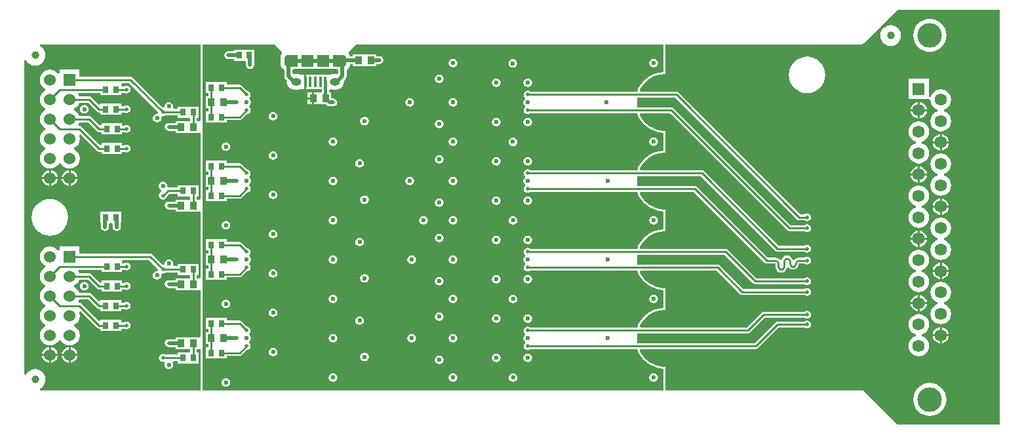
<source format=gbl>
G04*
G04 #@! TF.GenerationSoftware,Altium Limited,Altium Designer,20.2.6 (244)*
G04*
G04 Layer_Physical_Order=4*
G04 Layer_Color=16711680*
%FSLAX25Y25*%
%MOIN*%
G70*
G04*
G04 #@! TF.SameCoordinates,92151F8D-A914-4CFD-8B26-E94C02A97E6A*
G04*
G04*
G04 #@! TF.FilePolarity,Positive*
G04*
G01*
G75*
%ADD20C,0.03937*%
%ADD22R,0.03150X0.03740*%
%ADD23R,0.03543X0.03937*%
%ADD33C,0.12500*%
%ADD34C,0.06265*%
%ADD35R,0.06265X0.06265*%
%ADD40C,0.02500*%
%ADD43C,0.00950*%
%ADD44C,0.01150*%
%ADD45C,0.02000*%
%ADD46O,0.03740X0.06102*%
%ADD47O,0.05118X0.03740*%
%ADD48C,0.23622*%
%ADD49R,0.06000X0.06000*%
%ADD50C,0.06000*%
%ADD51C,0.02362*%
%ADD52C,0.02025*%
%ADD54R,0.05906X0.06102*%
%ADD55R,0.01378X0.05315*%
%ADD56C,0.01500*%
G36*
X426980Y281571D02*
X426917Y281511D01*
X425032Y281263D01*
X424968Y281241D01*
X424901Y281237D01*
X423065Y280745D01*
X423005Y280715D01*
X422939Y280702D01*
X421183Y279975D01*
X421127Y279937D01*
X421063Y279916D01*
X419417Y278965D01*
X419367Y278921D01*
X419306Y278891D01*
X417798Y277734D01*
X417754Y277683D01*
X417698Y277646D01*
X416354Y276302D01*
X416317Y276246D01*
X416266Y276202D01*
X415109Y274694D01*
X415079Y274633D01*
X415035Y274583D01*
X414084Y272937D01*
X414063Y272873D01*
X414025Y272817D01*
X413919Y272559D01*
X413899Y272461D01*
X413861Y272368D01*
Y272268D01*
X413841Y272169D01*
X413497Y271702D01*
X413267Y271533D01*
X413213Y271504D01*
X359372D01*
X358785Y271896D01*
X358000Y272052D01*
X357215Y271896D01*
X356549Y271451D01*
X356104Y270785D01*
X355948Y270000D01*
X356104Y269215D01*
X356518Y268595D01*
X356548Y268529D01*
X356499Y267620D01*
X356428Y267572D01*
X355945Y266851D01*
X355776Y266000D01*
X355945Y265149D01*
X356428Y264427D01*
X356499Y264380D01*
X356548Y263471D01*
X356518Y263405D01*
X356104Y262785D01*
X355948Y262000D01*
X356104Y261215D01*
X356549Y260549D01*
X357215Y260104D01*
X358000Y259948D01*
X358785Y260104D01*
X359372Y260496D01*
X413213D01*
X413267Y260467D01*
X413497Y260298D01*
X413841Y259831D01*
X413861Y259732D01*
Y259632D01*
X413899Y259539D01*
X413919Y259441D01*
X414025Y259183D01*
X414063Y259127D01*
X414084Y259063D01*
X415035Y257417D01*
X415079Y257367D01*
X415109Y257306D01*
X416266Y255798D01*
X416317Y255754D01*
X416354Y255698D01*
X417698Y254354D01*
X417754Y254317D01*
X417798Y254266D01*
X419306Y253109D01*
X419367Y253079D01*
X419417Y253035D01*
X421063Y252084D01*
X421127Y252063D01*
X421183Y252026D01*
X422939Y251298D01*
X423005Y251285D01*
X423065Y251255D01*
X424901Y250763D01*
X424968Y250759D01*
X425032Y250737D01*
X426917Y250489D01*
X426980Y250429D01*
X426980Y241571D01*
X426917Y241511D01*
X425032Y241263D01*
X424968Y241241D01*
X424901Y241237D01*
X423065Y240745D01*
X423005Y240715D01*
X422939Y240702D01*
X421183Y239975D01*
X421127Y239937D01*
X421063Y239916D01*
X419417Y238965D01*
X419367Y238921D01*
X419306Y238891D01*
X417798Y237734D01*
X417754Y237683D01*
X417698Y237646D01*
X416354Y236302D01*
X416317Y236246D01*
X416266Y236202D01*
X415109Y234694D01*
X415079Y234633D01*
X415035Y234583D01*
X414084Y232937D01*
X414063Y232873D01*
X414025Y232817D01*
X413919Y232559D01*
X413899Y232461D01*
X413861Y232368D01*
Y232268D01*
X413841Y232169D01*
X413497Y231702D01*
X413267Y231533D01*
X413213Y231504D01*
X359372D01*
X358785Y231896D01*
X358000Y232052D01*
X357215Y231896D01*
X356549Y231451D01*
X356104Y230785D01*
X355948Y230000D01*
X356104Y229215D01*
X356518Y228595D01*
X356548Y228529D01*
X356499Y227620D01*
X356428Y227572D01*
X355945Y226851D01*
X355776Y226000D01*
X355945Y225149D01*
X356428Y224428D01*
X356499Y224380D01*
X356548Y223471D01*
X356518Y223405D01*
X356104Y222785D01*
X355948Y222000D01*
X356104Y221215D01*
X356549Y220549D01*
X357215Y220104D01*
X358000Y219948D01*
X358785Y220104D01*
X359372Y220496D01*
X413213D01*
X413267Y220467D01*
X413497Y220298D01*
X413841Y219831D01*
X413861Y219732D01*
Y219632D01*
X413899Y219539D01*
X413919Y219441D01*
X414025Y219183D01*
X414063Y219127D01*
X414084Y219063D01*
X415035Y217417D01*
X415079Y217367D01*
X415109Y217306D01*
X416266Y215798D01*
X416317Y215754D01*
X416354Y215698D01*
X417698Y214354D01*
X417754Y214317D01*
X417798Y214266D01*
X419306Y213109D01*
X419367Y213079D01*
X419417Y213035D01*
X421063Y212084D01*
X421127Y212063D01*
X421183Y212025D01*
X422939Y211298D01*
X423005Y211285D01*
X423065Y211255D01*
X424901Y210763D01*
X424968Y210759D01*
X425032Y210737D01*
X426917Y210489D01*
X426980Y210429D01*
X426980Y201571D01*
X426917Y201511D01*
X425032Y201263D01*
X424968Y201241D01*
X424901Y201237D01*
X423065Y200745D01*
X423005Y200715D01*
X422939Y200702D01*
X421183Y199975D01*
X421127Y199937D01*
X421063Y199916D01*
X419417Y198965D01*
X419367Y198921D01*
X419306Y198891D01*
X417798Y197734D01*
X417754Y197683D01*
X417698Y197646D01*
X416354Y196302D01*
X416317Y196246D01*
X416266Y196202D01*
X415109Y194694D01*
X415079Y194633D01*
X415035Y194583D01*
X414084Y192937D01*
X414063Y192873D01*
X414025Y192817D01*
X413919Y192559D01*
X413899Y192461D01*
X413861Y192368D01*
Y192268D01*
X413841Y192169D01*
X413497Y191702D01*
X413267Y191533D01*
X413213Y191504D01*
X359372D01*
X358785Y191896D01*
X358000Y192052D01*
X357215Y191896D01*
X356549Y191451D01*
X356104Y190785D01*
X355948Y190000D01*
X356104Y189215D01*
X356518Y188595D01*
X356548Y188529D01*
X356499Y187620D01*
X356428Y187573D01*
X355945Y186851D01*
X355776Y186000D01*
X355945Y185149D01*
X356428Y184427D01*
X356499Y184380D01*
X356548Y183471D01*
X356518Y183405D01*
X356104Y182785D01*
X355948Y182000D01*
X356104Y181215D01*
X356549Y180549D01*
X357215Y180104D01*
X358000Y179948D01*
X358785Y180104D01*
X359372Y180496D01*
X413213D01*
X413267Y180467D01*
X413497Y180298D01*
X413841Y179831D01*
X413861Y179732D01*
Y179632D01*
X413899Y179539D01*
X413919Y179441D01*
X414025Y179183D01*
X414063Y179127D01*
X414084Y179063D01*
X415035Y177417D01*
X415079Y177367D01*
X415109Y177306D01*
X416266Y175798D01*
X416317Y175754D01*
X416354Y175698D01*
X417698Y174354D01*
X417754Y174317D01*
X417798Y174266D01*
X419306Y173109D01*
X419367Y173079D01*
X419417Y173035D01*
X421063Y172084D01*
X421127Y172063D01*
X421183Y172026D01*
X422939Y171298D01*
X423005Y171285D01*
X423065Y171255D01*
X424901Y170763D01*
X424968Y170759D01*
X425032Y170737D01*
X426917Y170489D01*
X426980Y170429D01*
X426980Y161571D01*
X426917Y161511D01*
X425032Y161263D01*
X424968Y161241D01*
X424901Y161237D01*
X423065Y160745D01*
X423005Y160715D01*
X422939Y160702D01*
X421183Y159975D01*
X421127Y159937D01*
X421063Y159916D01*
X419417Y158965D01*
X419367Y158921D01*
X419306Y158891D01*
X417798Y157734D01*
X417754Y157683D01*
X417698Y157646D01*
X416354Y156302D01*
X416317Y156246D01*
X416266Y156202D01*
X415109Y154694D01*
X415079Y154633D01*
X415035Y154583D01*
X414084Y152937D01*
X414063Y152873D01*
X414025Y152817D01*
X413919Y152559D01*
X413899Y152461D01*
X413861Y152368D01*
Y152268D01*
X413841Y152169D01*
X413497Y151702D01*
X413267Y151533D01*
X413213Y151504D01*
X359372D01*
X358785Y151896D01*
X358000Y152052D01*
X357215Y151896D01*
X356549Y151451D01*
X356104Y150785D01*
X355948Y150000D01*
X356104Y149215D01*
X356518Y148595D01*
X356548Y148529D01*
X356499Y147620D01*
X356428Y147573D01*
X355945Y146851D01*
X355776Y146000D01*
X355945Y145149D01*
X356428Y144428D01*
X356499Y144380D01*
X356548Y143471D01*
X356518Y143405D01*
X356104Y142785D01*
X355948Y142000D01*
X356104Y141215D01*
X356549Y140549D01*
X357215Y140104D01*
X358000Y139948D01*
X358785Y140104D01*
X359372Y140496D01*
X413213D01*
X413267Y140467D01*
X413497Y140298D01*
X413841Y139831D01*
X413861Y139732D01*
Y139632D01*
X413899Y139539D01*
X413919Y139441D01*
X414025Y139183D01*
X414063Y139127D01*
X414084Y139063D01*
X415035Y137417D01*
X415079Y137367D01*
X415109Y137306D01*
X416266Y135798D01*
X416317Y135754D01*
X416354Y135698D01*
X417698Y134354D01*
X417754Y134317D01*
X417798Y134266D01*
X419306Y133109D01*
X419367Y133079D01*
X419417Y133035D01*
X421063Y132084D01*
X421127Y132063D01*
X421183Y132026D01*
X422939Y131298D01*
X423005Y131285D01*
X423065Y131255D01*
X424901Y130763D01*
X424968Y130759D01*
X425032Y130737D01*
X426917Y130489D01*
X426980Y130429D01*
Y119539D01*
X192500D01*
Y295461D01*
X229155D01*
X232558Y292058D01*
X232915Y291820D01*
X232982Y291723D01*
X233132Y290976D01*
X233110Y290822D01*
X232730Y290326D01*
X232327Y289354D01*
X232190Y288311D01*
Y285949D01*
X232327Y284906D01*
X232730Y283934D01*
X233370Y283099D01*
X234181Y282477D01*
Y279309D01*
X234336Y278528D01*
X234778Y277867D01*
X235520Y277125D01*
X235438Y276500D01*
X235575Y275457D01*
X235978Y274485D01*
X236618Y273650D01*
X237453Y273009D01*
X238425Y272607D01*
X239469Y272469D01*
X240846D01*
X241890Y272607D01*
X242403Y272819D01*
X243193Y272843D01*
X243193Y272843D01*
X243193Y272843D01*
X244382D01*
Y274593D01*
X244740Y275457D01*
X244877Y276500D01*
X244740Y277543D01*
X244382Y278407D01*
Y280157D01*
X243193D01*
X243193Y280157D01*
Y280157D01*
X242403Y280181D01*
X241890Y280393D01*
X240846Y280531D01*
X239469D01*
X239060Y280477D01*
X238260Y281151D01*
Y282477D01*
X239019Y283059D01*
X240826D01*
X240925Y283039D01*
X240945D01*
X241310Y283112D01*
X241342Y283117D01*
X242110Y283079D01*
X242110Y283079D01*
X257890D01*
Y283079D01*
X258658Y283136D01*
X258690Y283132D01*
X259055Y283059D01*
X260981D01*
X261740Y282477D01*
Y281151D01*
X260940Y280477D01*
X260531Y280531D01*
X259154D01*
X258110Y280393D01*
X257597Y280181D01*
X256807Y280157D01*
X256807Y280157D01*
X256807Y280157D01*
X245382D01*
Y276500D01*
Y272843D01*
X253350D01*
Y270969D01*
X252422D01*
X252378Y270969D01*
X251622D01*
X251578Y270969D01*
X249350D01*
Y268000D01*
Y265032D01*
X251578D01*
X251622Y265032D01*
X252378D01*
X252422Y265032D01*
X255234D01*
X255703Y264563D01*
X256364Y264121D01*
X257145Y263966D01*
X258912D01*
X259000Y263948D01*
X259785Y264104D01*
X260451Y264549D01*
X260896Y265215D01*
X261052Y266000D01*
X260896Y266785D01*
X260451Y267451D01*
X259785Y267896D01*
X259000Y268052D01*
X258960Y268044D01*
X257990D01*
X257921Y268112D01*
Y270969D01*
X256918D01*
Y272235D01*
X257718Y272769D01*
X258110Y272607D01*
X259154Y272469D01*
X260531D01*
X261575Y272607D01*
X262547Y273009D01*
X263382Y273650D01*
X264022Y274485D01*
X264425Y275457D01*
X264562Y276500D01*
X264480Y277125D01*
X265222Y277867D01*
X265664Y278528D01*
X265819Y279309D01*
X265819Y279309D01*
Y282477D01*
X266630Y283099D01*
X267270Y283934D01*
X267673Y284906D01*
X267722Y285276D01*
X269079D01*
Y284531D01*
X274578D01*
X274622Y284531D01*
X275378D01*
X275422Y284531D01*
X280921D01*
Y285461D01*
X282436D01*
X282500Y285448D01*
X283285Y285604D01*
X283951Y286049D01*
X284396Y286715D01*
X284552Y287500D01*
X284396Y288285D01*
X283951Y288951D01*
X283285Y289396D01*
X282500Y289552D01*
X282436Y289539D01*
X280921D01*
Y290469D01*
X275422D01*
X275378Y290469D01*
X274622D01*
X274578Y290469D01*
X269079D01*
Y289354D01*
X267673D01*
X267673Y289354D01*
X267270Y290326D01*
X266890Y290822D01*
X266868Y290976D01*
X267018Y291723D01*
X267085Y291820D01*
X267442Y292058D01*
X270845Y295461D01*
X426980D01*
X426980Y281571D01*
D02*
G37*
G36*
X240945Y284059D02*
X240925D01*
Y284079D01*
X236221D01*
X236118Y284081D01*
X236015Y284089D01*
X235912Y284103D01*
X235811Y284122D01*
X235711Y284146D01*
X235612Y284175D01*
X235515Y284209D01*
X235420Y284249D01*
X235327Y284293D01*
X235236Y284343D01*
X235148Y284396D01*
X235063Y284455D01*
X234982Y284517D01*
X234903Y284584D01*
X234828Y284655D01*
X234758Y284730D01*
X234691Y284808D01*
X234628Y284890D01*
X234570Y284975D01*
X234516Y285063D01*
X234467Y285154D01*
X234422Y285247D01*
X234383Y285342D01*
X234348Y285439D01*
X234319Y285538D01*
X234295Y285638D01*
X234276Y285739D01*
X234263Y285841D01*
X234255Y285944D01*
X234252Y286047D01*
Y288213D01*
X234255Y288320D01*
X234263Y288423D01*
X234276Y288525D01*
X234295Y288626D01*
X234319Y288726D01*
X234348Y288824D01*
X234382Y288921D01*
X234422Y289016D01*
X234466Y289109D01*
X234515Y289199D01*
X234569Y289287D01*
X234627Y289372D01*
X234690Y289453D01*
X234756Y289531D01*
X234827Y289606D01*
X234902Y289677D01*
X234980Y289743D01*
X235061Y289806D01*
X235146Y289864D01*
X235234Y289918D01*
X235324Y289967D01*
X235417Y290011D01*
X235512Y290051D01*
X235609Y290085D01*
X235707Y290114D01*
X235807Y290138D01*
X235908Y290157D01*
X236010Y290170D01*
X236113Y290178D01*
X236211Y290181D01*
Y289394D01*
X236164Y289392D01*
X236113Y289388D01*
X236062Y289382D01*
X236012Y289372D01*
X235962Y289360D01*
X235913Y289346D01*
X235865Y289329D01*
X235817Y289309D01*
X235771Y289287D01*
X235726Y289263D01*
X235682Y289236D01*
X235640Y289207D01*
X235599Y289176D01*
X235560Y289142D01*
X235523Y289107D01*
X235488Y289070D01*
X235455Y289031D01*
X235423Y288990D01*
X235394Y288948D01*
X235367Y288904D01*
X235343Y288859D01*
X235321Y288813D01*
X235301Y288765D01*
X235284Y288717D01*
X235270Y288668D01*
X235258Y288618D01*
X235248Y288568D01*
X235242Y288517D01*
X235238Y288466D01*
X235236Y288409D01*
Y285850D01*
X235238Y285799D01*
X235242Y285748D01*
X235248Y285696D01*
X235258Y285646D01*
X235270Y285596D01*
X235284Y285546D01*
X235302Y285498D01*
X235321Y285450D01*
X235344Y285403D01*
X235368Y285358D01*
X235395Y285314D01*
X235424Y285272D01*
X235456Y285231D01*
X235489Y285192D01*
X235525Y285154D01*
X235562Y285119D01*
X235601Y285086D01*
X235642Y285054D01*
X235684Y285025D01*
X235728Y284998D01*
X235774Y284973D01*
X235820Y284951D01*
X235868Y284931D01*
X235916Y284914D01*
X235966Y284900D01*
X236016Y284888D01*
X236067Y284878D01*
X236118Y284872D01*
X236169Y284868D01*
X236221Y284866D01*
X236272Y284868D01*
X236323Y284872D01*
X236374Y284878D01*
X236425Y284888D01*
X236475Y284900D01*
X236525Y284914D01*
X236573Y284931D01*
X236621Y284951D01*
X236667Y284973D01*
X236713Y284998D01*
X236756Y285025D01*
X236799Y285054D01*
X236840Y285086D01*
X236879Y285119D01*
X236916Y285154D01*
X236952Y285192D01*
X236985Y285231D01*
X237017Y285272D01*
X237046Y285314D01*
X237073Y285358D01*
X237097Y285403D01*
X237120Y285450D01*
X237139Y285498D01*
X237157Y285546D01*
X237171Y285596D01*
X237183Y285646D01*
X237193Y285696D01*
X237199Y285748D01*
X237203Y285799D01*
X237205Y285850D01*
Y285890D01*
Y288370D01*
Y288409D01*
X237203Y288466D01*
X237199Y288517D01*
X237193Y288568D01*
X237183Y288618D01*
X237171Y288668D01*
X237157Y288717D01*
X237140Y288765D01*
X237120Y288813D01*
X237098Y288859D01*
X237073Y288904D01*
X237047Y288948D01*
X237018Y288990D01*
X236986Y289031D01*
X236953Y289070D01*
X236918Y289107D01*
X236881Y289142D01*
X236842Y289176D01*
X236801Y289207D01*
X236759Y289236D01*
X236715Y289263D01*
X236670Y289287D01*
X236624Y289309D01*
X236576Y289329D01*
X236528Y289346D01*
X236479Y289360D01*
X236429Y289372D01*
X236379Y289382D01*
X236328Y289388D01*
X236277Y289392D01*
X236230Y289394D01*
Y290181D01*
X240945D01*
Y284059D01*
D02*
G37*
G36*
X191480Y256689D02*
X190772Y256469D01*
X190680Y256469D01*
X189606D01*
Y258130D01*
X190575D01*
Y263870D01*
X186060D01*
X185425Y263870D01*
X184625Y263870D01*
X180110D01*
Y262606D01*
X178081D01*
X177606Y263406D01*
X177724Y264000D01*
X177555Y264851D01*
X177073Y265573D01*
X176351Y266055D01*
X175500Y266224D01*
X174649Y266055D01*
X173927Y265573D01*
X173445Y264851D01*
X173276Y264000D01*
X172575Y263509D01*
X172295Y263476D01*
X157135Y278636D01*
X156614Y278984D01*
X156000Y279106D01*
X130126D01*
Y282626D01*
X119874D01*
Y280883D01*
X119074Y280611D01*
X118656Y281156D01*
X117585Y281978D01*
X116338Y282494D01*
X115000Y282670D01*
X113662Y282494D01*
X112415Y281978D01*
X111344Y281156D01*
X110522Y280085D01*
X110006Y278838D01*
X109830Y277500D01*
X110006Y276162D01*
X110522Y274915D01*
X111344Y273844D01*
X112415Y273023D01*
X112631Y272933D01*
Y272067D01*
X112415Y271977D01*
X111344Y271156D01*
X110522Y270085D01*
X110006Y268838D01*
X109830Y267500D01*
X110006Y266162D01*
X110522Y264915D01*
X111344Y263844D01*
X112415Y263022D01*
X112631Y262933D01*
Y262067D01*
X112415Y261978D01*
X111344Y261156D01*
X110522Y260085D01*
X110006Y258838D01*
X109830Y257500D01*
X110006Y256162D01*
X110522Y254915D01*
X111344Y253844D01*
X112415Y253023D01*
X112631Y252933D01*
Y252067D01*
X112415Y251977D01*
X111344Y251156D01*
X110522Y250085D01*
X110006Y248838D01*
X109830Y247500D01*
X110006Y246162D01*
X110522Y244915D01*
X111344Y243844D01*
X112415Y243022D01*
X112631Y242933D01*
Y242067D01*
X112415Y241978D01*
X111344Y241156D01*
X110522Y240085D01*
X110006Y238838D01*
X109830Y237500D01*
X110006Y236162D01*
X110522Y234915D01*
X111344Y233844D01*
X112415Y233022D01*
X113662Y232506D01*
X115000Y232330D01*
X116338Y232506D01*
X117585Y233022D01*
X118656Y233844D01*
X119477Y234915D01*
X119567Y235131D01*
X120433D01*
X120522Y234915D01*
X121344Y233844D01*
X122415Y233022D01*
X123662Y232506D01*
X125000Y232330D01*
X126338Y232506D01*
X127585Y233022D01*
X128656Y233844D01*
X129478Y234915D01*
X129994Y236162D01*
X130170Y237500D01*
X129994Y238838D01*
X129478Y240085D01*
X128656Y241156D01*
X127585Y241978D01*
X127369Y242067D01*
Y242933D01*
X127585Y243022D01*
X128656Y243844D01*
X129478Y244915D01*
X129994Y246162D01*
X130170Y247500D01*
X129994Y248838D01*
X129806Y249291D01*
X130485Y249744D01*
X138865Y241365D01*
X139385Y241016D01*
X140000Y240894D01*
X141268D01*
Y239630D01*
X145783D01*
X146417Y239630D01*
X147217Y239630D01*
X151732D01*
Y240894D01*
X152781D01*
X153215Y240604D01*
X154000Y240448D01*
X154785Y240604D01*
X155451Y241049D01*
X155896Y241715D01*
X156052Y242500D01*
X155896Y243285D01*
X155451Y243951D01*
X154785Y244396D01*
X154000Y244552D01*
X153215Y244396D01*
X152781Y244106D01*
X151732D01*
Y245370D01*
X147217D01*
X146583Y245370D01*
X145783Y245370D01*
X141268D01*
Y244583D01*
X140468Y244303D01*
X131135Y253636D01*
X130614Y253984D01*
X130000Y254106D01*
X129761D01*
X129407Y254823D01*
X129478Y254915D01*
X129883Y255894D01*
X134335D01*
X138865Y251364D01*
X139385Y251016D01*
X140000Y250894D01*
X141268D01*
Y249630D01*
X145783D01*
X146417Y249630D01*
X147217Y249630D01*
X151732D01*
Y250894D01*
X152781D01*
X153215Y250604D01*
X154000Y250448D01*
X154785Y250604D01*
X155451Y251049D01*
X155896Y251715D01*
X156052Y252500D01*
X155896Y253285D01*
X155451Y253951D01*
X154785Y254396D01*
X154000Y254552D01*
X153215Y254396D01*
X152781Y254106D01*
X151732D01*
Y255370D01*
X147217D01*
X146583Y255370D01*
X145783Y255370D01*
X141268D01*
Y254583D01*
X140468Y254303D01*
X136135Y258635D01*
X135615Y258984D01*
X135000Y259106D01*
X129883D01*
X129478Y260085D01*
X128656Y261156D01*
X127585Y261978D01*
X127369Y262067D01*
Y262933D01*
X127585Y263022D01*
X128656Y263844D01*
X129478Y264915D01*
X129883Y265894D01*
X134335D01*
X138865Y261365D01*
X139385Y261016D01*
X140000Y260894D01*
X140768D01*
Y259630D01*
X145283D01*
X145917Y259630D01*
X146717Y259630D01*
X151232D01*
Y260894D01*
X152781D01*
X153215Y260604D01*
X154000Y260448D01*
X154785Y260604D01*
X155451Y261049D01*
X155896Y261715D01*
X156052Y262500D01*
X155896Y263285D01*
X155451Y263951D01*
X154785Y264396D01*
X154000Y264552D01*
X153215Y264396D01*
X152781Y264106D01*
X151232D01*
Y265370D01*
X146717D01*
X146083Y265370D01*
X145283Y265370D01*
X140768D01*
Y265135D01*
X139968Y264803D01*
X136135Y268636D01*
X135615Y268984D01*
X135000Y269106D01*
X129883D01*
X129478Y270085D01*
X129407Y270177D01*
X129761Y270894D01*
X140768D01*
Y269630D01*
X145283D01*
X145917Y269630D01*
X146717Y269630D01*
X151232D01*
Y270894D01*
X152781D01*
X153215Y270604D01*
X154000Y270448D01*
X154785Y270604D01*
X155451Y271049D01*
X155896Y271715D01*
X156052Y272500D01*
X155896Y273285D01*
X155451Y273951D01*
X154785Y274396D01*
X154000Y274552D01*
X153215Y274396D01*
X152781Y274106D01*
X151798D01*
X151295Y274608D01*
X151310Y275440D01*
X151815Y275894D01*
X155335D01*
X170024Y261205D01*
X169991Y260925D01*
X169500Y260224D01*
X168649Y260055D01*
X167928Y259573D01*
X167446Y258851D01*
X167276Y258000D01*
X167446Y257149D01*
X167928Y256428D01*
X168649Y255945D01*
X169500Y255776D01*
X170351Y255945D01*
X171072Y256428D01*
X171555Y257149D01*
X171724Y258000D01*
X171664Y258299D01*
X172345Y258979D01*
X172500Y258948D01*
X173285Y259104D01*
X173719Y259394D01*
X180110D01*
Y258130D01*
X184625D01*
X185260Y258130D01*
X185828Y258130D01*
X186394Y257564D01*
Y256469D01*
X185273D01*
X185228Y256469D01*
X184472D01*
X184428Y256469D01*
X178929D01*
Y255539D01*
X175564D01*
X175500Y255552D01*
X174715Y255396D01*
X174049Y254951D01*
X173604Y254285D01*
X173448Y253500D01*
X173604Y252715D01*
X174049Y252049D01*
X174715Y251604D01*
X175500Y251448D01*
X175564Y251461D01*
X178929D01*
Y250532D01*
X184428D01*
X184472Y250532D01*
X185228D01*
X185273Y250532D01*
X190680D01*
X190772Y250532D01*
X191480Y250311D01*
Y216689D01*
X190772Y216469D01*
X190680Y216469D01*
X189606D01*
Y218130D01*
X190575D01*
Y223870D01*
X186060D01*
X185425Y223870D01*
X184625Y223870D01*
X180110D01*
Y222606D01*
X175362D01*
X174766Y223187D01*
X174696Y223361D01*
X174724Y223500D01*
X174555Y224351D01*
X174073Y225073D01*
X173351Y225555D01*
X172500Y225724D01*
X171649Y225555D01*
X170928Y225073D01*
X170446Y224351D01*
X170276Y223500D01*
X170446Y222649D01*
X170928Y221927D01*
X171649Y221445D01*
X171785Y220603D01*
X171715Y220396D01*
X171049Y219951D01*
X170604Y219285D01*
X170448Y218500D01*
X170604Y217715D01*
X171049Y217049D01*
X171715Y216604D01*
X172500Y216448D01*
X173285Y216604D01*
X173951Y217049D01*
X174396Y217715D01*
X174497Y218227D01*
X175665Y219394D01*
X180110D01*
Y218130D01*
X184625D01*
X185260Y218130D01*
X185828Y218130D01*
X186394Y217564D01*
Y216469D01*
X185273D01*
X185228Y216469D01*
X184472D01*
X184428Y216469D01*
X178929D01*
Y215539D01*
X175564D01*
X175500Y215552D01*
X174715Y215396D01*
X174049Y214951D01*
X173604Y214285D01*
X173448Y213500D01*
X173604Y212715D01*
X174049Y212049D01*
X174715Y211604D01*
X175500Y211448D01*
X175564Y211461D01*
X178929D01*
Y210531D01*
X184428D01*
X184472Y210531D01*
X185228D01*
X185273Y210531D01*
X190680D01*
X190772Y210531D01*
X191480Y210311D01*
Y176689D01*
X190772Y176469D01*
X190680Y176469D01*
X189606D01*
Y178130D01*
X190575D01*
Y183870D01*
X186060D01*
X185425Y183870D01*
X184625Y183870D01*
X180110D01*
Y182606D01*
X178081D01*
X177606Y183406D01*
X177724Y184000D01*
X177555Y184851D01*
X177073Y185573D01*
X176351Y186055D01*
X175500Y186224D01*
X174649Y186055D01*
X173927Y185573D01*
X173445Y184851D01*
X173276Y184000D01*
X172575Y183509D01*
X172295Y183476D01*
X167136Y188636D01*
X166614Y188984D01*
X166000Y189106D01*
X130126D01*
Y192626D01*
X119874D01*
Y190883D01*
X119074Y190611D01*
X118656Y191156D01*
X117585Y191978D01*
X116338Y192494D01*
X115000Y192670D01*
X113662Y192494D01*
X112415Y191978D01*
X111344Y191156D01*
X110522Y190085D01*
X110006Y188838D01*
X109830Y187500D01*
X110006Y186162D01*
X110522Y184915D01*
X111344Y183844D01*
X112415Y183022D01*
X112631Y182933D01*
Y182067D01*
X112415Y181977D01*
X111344Y181156D01*
X110522Y180085D01*
X110006Y178838D01*
X109830Y177500D01*
X110006Y176162D01*
X110522Y174915D01*
X111344Y173844D01*
X112415Y173022D01*
X112631Y172933D01*
Y172067D01*
X112415Y171977D01*
X111344Y171156D01*
X110522Y170085D01*
X110006Y168838D01*
X109830Y167500D01*
X110006Y166162D01*
X110522Y164915D01*
X111344Y163844D01*
X112415Y163022D01*
X112631Y162933D01*
Y162067D01*
X112415Y161978D01*
X111344Y161156D01*
X110522Y160085D01*
X110006Y158838D01*
X109830Y157500D01*
X110006Y156162D01*
X110522Y154915D01*
X111344Y153844D01*
X112415Y153023D01*
X112631Y152933D01*
Y152067D01*
X112415Y151978D01*
X111344Y151156D01*
X110522Y150085D01*
X110006Y148838D01*
X109830Y147500D01*
X110006Y146162D01*
X110522Y144915D01*
X111344Y143844D01*
X112415Y143023D01*
X113662Y142506D01*
X115000Y142330D01*
X116338Y142506D01*
X117585Y143023D01*
X118656Y143844D01*
X119477Y144915D01*
X119567Y145131D01*
X120433D01*
X120522Y144915D01*
X121344Y143844D01*
X122415Y143023D01*
X123662Y142506D01*
X125000Y142330D01*
X126338Y142506D01*
X127585Y143023D01*
X128656Y143844D01*
X129478Y144915D01*
X129994Y146162D01*
X130170Y147500D01*
X129994Y148838D01*
X129478Y150085D01*
X128656Y151156D01*
X127585Y151978D01*
X127369Y152067D01*
Y152933D01*
X127585Y153023D01*
X128656Y153844D01*
X129478Y154915D01*
X129994Y156162D01*
X130170Y157500D01*
X129994Y158838D01*
X129806Y159291D01*
X130485Y159744D01*
X138865Y151365D01*
X139385Y151016D01*
X140000Y150894D01*
X140768D01*
Y149630D01*
X145283D01*
X145917Y149630D01*
X146717Y149630D01*
X151232D01*
Y150894D01*
X152781D01*
X153215Y150604D01*
X154000Y150448D01*
X154785Y150604D01*
X155451Y151049D01*
X155896Y151715D01*
X156052Y152500D01*
X155896Y153285D01*
X155451Y153951D01*
X154785Y154396D01*
X154000Y154552D01*
X153215Y154396D01*
X152781Y154106D01*
X151232D01*
Y155370D01*
X146717D01*
X146083Y155370D01*
X145283Y155370D01*
X140768D01*
Y155135D01*
X139968Y154803D01*
X131135Y163636D01*
X130614Y163984D01*
X130000Y164106D01*
X129761D01*
X129407Y164823D01*
X129478Y164915D01*
X129883Y165894D01*
X134335D01*
X138865Y161364D01*
X139385Y161016D01*
X140000Y160894D01*
X140768D01*
Y159630D01*
X145283D01*
X145917Y159630D01*
X146717Y159630D01*
X151232D01*
Y160894D01*
X152781D01*
X153215Y160604D01*
X154000Y160448D01*
X154785Y160604D01*
X155451Y161049D01*
X155896Y161715D01*
X156052Y162500D01*
X155896Y163285D01*
X155451Y163951D01*
X154785Y164396D01*
X154000Y164552D01*
X153215Y164396D01*
X152781Y164106D01*
X151232D01*
Y165370D01*
X146717D01*
X146083Y165370D01*
X145283Y165370D01*
X140768D01*
Y165135D01*
X139968Y164803D01*
X136135Y168635D01*
X135615Y168984D01*
X135000Y169106D01*
X129883D01*
X129478Y170085D01*
X128656Y171156D01*
X127585Y171977D01*
X127369Y172067D01*
Y172933D01*
X127585Y173022D01*
X128656Y173844D01*
X129478Y174915D01*
X129883Y175894D01*
X134335D01*
X138865Y171364D01*
X139385Y171016D01*
X140000Y170894D01*
X141268D01*
Y169630D01*
X145783D01*
X146417Y169630D01*
X147217Y169630D01*
X151732D01*
Y170894D01*
X152781D01*
X153215Y170604D01*
X154000Y170448D01*
X154785Y170604D01*
X155451Y171049D01*
X155896Y171715D01*
X156052Y172500D01*
X155896Y173285D01*
X155451Y173951D01*
X154785Y174396D01*
X154000Y174552D01*
X153215Y174396D01*
X152781Y174106D01*
X151732D01*
Y175370D01*
X147217D01*
X146583Y175370D01*
X145783Y175370D01*
X141268D01*
Y174583D01*
X140468Y174303D01*
X136135Y178636D01*
X135615Y178984D01*
X135000Y179106D01*
X129883D01*
X129478Y180085D01*
X129407Y180177D01*
X129761Y180894D01*
X141268D01*
Y179630D01*
X145783D01*
X146417Y179630D01*
Y179630D01*
X146583D01*
Y179630D01*
X151732D01*
Y180894D01*
X152781D01*
X153215Y180604D01*
X154000Y180448D01*
X154785Y180604D01*
X155451Y181049D01*
X155896Y181715D01*
X156052Y182500D01*
X155896Y183285D01*
X155451Y183951D01*
X154785Y184396D01*
X154000Y184552D01*
X153215Y184396D01*
X152781Y184106D01*
X151732D01*
Y185370D01*
X152315Y185894D01*
X165335D01*
X170024Y181205D01*
X169991Y180925D01*
X169500Y180224D01*
X168649Y180054D01*
X167928Y179572D01*
X167446Y178851D01*
X167276Y178000D01*
X167446Y177149D01*
X167928Y176427D01*
X168649Y175945D01*
X169500Y175776D01*
X170351Y175945D01*
X171072Y176427D01*
X171555Y177149D01*
X171724Y178000D01*
X171664Y178299D01*
X172345Y178979D01*
X172500Y178948D01*
X173285Y179104D01*
X173719Y179394D01*
X180110D01*
Y178130D01*
X184625D01*
X185260Y178130D01*
X185828Y178130D01*
X186394Y177564D01*
Y176469D01*
X185273D01*
X185228Y176469D01*
X184472D01*
X184428Y176469D01*
X178929D01*
Y175539D01*
X175564D01*
X175500Y175552D01*
X174715Y175396D01*
X174049Y174951D01*
X173604Y174285D01*
X173448Y173500D01*
X173604Y172715D01*
X174049Y172049D01*
X174715Y171604D01*
X175500Y171448D01*
X175564Y171461D01*
X178929D01*
Y170531D01*
X184428D01*
X184472Y170531D01*
X185228D01*
X185273Y170531D01*
X190680D01*
X190772Y170531D01*
X191480Y170311D01*
Y146689D01*
X190772Y146468D01*
X190680Y146468D01*
X185273D01*
X185228Y146468D01*
X184472D01*
X184428Y146468D01*
X178929D01*
Y145539D01*
X175564D01*
X175500Y145552D01*
X174715Y145396D01*
X174049Y144951D01*
X173604Y144285D01*
X173448Y143500D01*
X173604Y142715D01*
X174049Y142049D01*
X174715Y141604D01*
X175500Y141448D01*
X175564Y141461D01*
X178929D01*
Y140532D01*
X184428D01*
X184472Y140532D01*
X185228D01*
X185273Y140532D01*
X186394D01*
Y139436D01*
X185828Y138870D01*
X185425D01*
X184625Y138870D01*
X180110D01*
Y137606D01*
X173719D01*
X173285Y137896D01*
X172500Y138052D01*
X171715Y137896D01*
X171049Y137451D01*
X170604Y136785D01*
X170448Y136000D01*
X170604Y135215D01*
X171049Y134549D01*
X171715Y134104D01*
X172500Y133948D01*
X172941Y134036D01*
X173445Y133351D01*
X173276Y132500D01*
X173445Y131649D01*
X173927Y130928D01*
X174649Y130446D01*
X175500Y130276D01*
X176351Y130446D01*
X177073Y130928D01*
X177555Y131649D01*
X177724Y132500D01*
X177555Y133351D01*
X177392Y133594D01*
X177820Y134394D01*
X180110D01*
Y133130D01*
X184625D01*
X185260Y133130D01*
X186060Y133130D01*
X190575D01*
Y138870D01*
X189606D01*
Y140532D01*
X190680D01*
X190772Y140532D01*
X191480Y140311D01*
Y119539D01*
X110126D01*
X109967Y120339D01*
X110148Y120414D01*
X111244Y121256D01*
X112086Y122352D01*
X112615Y123629D01*
X112795Y125000D01*
X112615Y126371D01*
X112086Y127648D01*
X111244Y128744D01*
X110148Y129586D01*
X108870Y130115D01*
X107500Y130295D01*
X106130Y130115D01*
X104852Y129586D01*
X103756Y128744D01*
X102914Y127648D01*
X102839Y127467D01*
X102039Y127626D01*
Y287374D01*
X102839Y287533D01*
X102914Y287352D01*
X103756Y286256D01*
X104852Y285414D01*
X106130Y284885D01*
X107500Y284705D01*
X108870Y284885D01*
X110148Y285414D01*
X111244Y286256D01*
X112086Y287352D01*
X112615Y288630D01*
X112795Y290000D01*
X112615Y291371D01*
X112086Y292648D01*
X111244Y293744D01*
X110148Y294586D01*
X109967Y294661D01*
X110126Y295461D01*
X191480D01*
Y256689D01*
D02*
G37*
G36*
X259075Y290181D02*
X263779D01*
X263882Y290178D01*
X263985Y290170D01*
X264088Y290157D01*
X264189Y290138D01*
X264289Y290114D01*
X264388Y290085D01*
X264485Y290050D01*
X264580Y290011D01*
X264673Y289967D01*
X264764Y289917D01*
X264852Y289863D01*
X264937Y289805D01*
X265018Y289742D01*
X265097Y289675D01*
X265172Y289604D01*
X265242Y289530D01*
X265309Y289451D01*
X265372Y289370D01*
X265430Y289285D01*
X265484Y289197D01*
X265533Y289106D01*
X265578Y289013D01*
X265617Y288918D01*
X265652Y288821D01*
X265681Y288722D01*
X265705Y288622D01*
X265724Y288521D01*
X265737Y288418D01*
X265745Y288316D01*
X265748Y288213D01*
Y286047D01*
X265745Y285940D01*
X265737Y285837D01*
X265724Y285735D01*
X265705Y285634D01*
X265681Y285534D01*
X265652Y285436D01*
X265618Y285339D01*
X265578Y285244D01*
X265534Y285151D01*
X265485Y285061D01*
X265431Y284973D01*
X265373Y284888D01*
X265310Y284807D01*
X265244Y284728D01*
X265173Y284654D01*
X265098Y284583D01*
X265020Y284516D01*
X264939Y284454D01*
X264854Y284396D01*
X264766Y284342D01*
X264676Y284293D01*
X264583Y284248D01*
X264488Y284209D01*
X264391Y284175D01*
X264293Y284146D01*
X264193Y284122D01*
X264092Y284103D01*
X263990Y284089D01*
X263887Y284081D01*
X263789Y284079D01*
Y284866D01*
X263836Y284868D01*
X263887Y284872D01*
X263938Y284878D01*
X263988Y284888D01*
X264038Y284899D01*
X264087Y284914D01*
X264135Y284931D01*
X264183Y284951D01*
X264229Y284973D01*
X264274Y284997D01*
X264318Y285024D01*
X264360Y285053D01*
X264401Y285084D01*
X264440Y285118D01*
X264477Y285153D01*
X264512Y285190D01*
X264545Y285229D01*
X264577Y285270D01*
X264606Y285312D01*
X264633Y285356D01*
X264657Y285401D01*
X264679Y285447D01*
X264699Y285494D01*
X264716Y285543D01*
X264730Y285592D01*
X264742Y285642D01*
X264752Y285692D01*
X264758Y285743D01*
X264762Y285794D01*
X264764Y285850D01*
Y288409D01*
X264762Y288461D01*
X264758Y288512D01*
X264752Y288563D01*
X264742Y288614D01*
X264730Y288664D01*
X264716Y288714D01*
X264698Y288762D01*
X264679Y288810D01*
X264656Y288856D01*
X264632Y288902D01*
X264605Y288946D01*
X264576Y288988D01*
X264544Y289029D01*
X264511Y289068D01*
X264475Y289105D01*
X264438Y289141D01*
X264399Y289174D01*
X264358Y289206D01*
X264316Y289235D01*
X264272Y289262D01*
X264226Y289286D01*
X264180Y289309D01*
X264132Y289328D01*
X264084Y289346D01*
X264034Y289360D01*
X263984Y289372D01*
X263933Y289382D01*
X263882Y289388D01*
X263831Y289392D01*
X263779Y289394D01*
X263728Y289392D01*
X263677Y289388D01*
X263626Y289382D01*
X263575Y289372D01*
X263525Y289360D01*
X263475Y289346D01*
X263427Y289328D01*
X263379Y289309D01*
X263333Y289286D01*
X263287Y289262D01*
X263244Y289235D01*
X263201Y289206D01*
X263160Y289174D01*
X263121Y289141D01*
X263084Y289105D01*
X263048Y289068D01*
X263015Y289029D01*
X262983Y288988D01*
X262954Y288946D01*
X262927Y288902D01*
X262903Y288856D01*
X262880Y288810D01*
X262861Y288762D01*
X262843Y288714D01*
X262829Y288664D01*
X262817Y288614D01*
X262807Y288563D01*
X262801Y288512D01*
X262797Y288461D01*
X262795Y288409D01*
Y288370D01*
Y285890D01*
Y285850D01*
X262797Y285794D01*
X262801Y285743D01*
X262807Y285692D01*
X262817Y285642D01*
X262829Y285592D01*
X262843Y285543D01*
X262860Y285494D01*
X262880Y285447D01*
X262902Y285401D01*
X262927Y285356D01*
X262953Y285312D01*
X262982Y285270D01*
X263014Y285229D01*
X263047Y285190D01*
X263082Y285153D01*
X263119Y285118D01*
X263158Y285084D01*
X263199Y285053D01*
X263241Y285024D01*
X263285Y284997D01*
X263330Y284973D01*
X263376Y284951D01*
X263424Y284931D01*
X263472Y284914D01*
X263521Y284899D01*
X263571Y284888D01*
X263621Y284878D01*
X263672Y284872D01*
X263723Y284868D01*
X263770Y284866D01*
Y284079D01*
X259055D01*
Y290201D01*
X259075D01*
Y290181D01*
D02*
G37*
G36*
X597961Y102039D02*
X545845D01*
X528942Y118942D01*
X528280Y119384D01*
X527500Y119539D01*
X428000D01*
Y131500D01*
X428000Y131500D01*
X427050D01*
X425165Y131748D01*
X423329Y132240D01*
X421573Y132967D01*
X419927Y133918D01*
X418419Y135075D01*
X417075Y136419D01*
X415918Y137927D01*
X414967Y139573D01*
X414861Y139831D01*
X415305Y140496D01*
X474000D01*
X474576Y140611D01*
X475063Y140937D01*
X485623Y151496D01*
X498628D01*
X499215Y151104D01*
X500000Y150948D01*
X500785Y151104D01*
X501451Y151549D01*
X501896Y152215D01*
X502052Y153000D01*
X501896Y153785D01*
X501451Y154451D01*
X500785Y154896D01*
X500000Y155052D01*
X499215Y154896D01*
X498628Y154504D01*
X485000D01*
X484424Y154389D01*
X483937Y154063D01*
X473377Y143504D01*
X413703D01*
X413500Y145050D01*
X413500Y146000D01*
X413500Y146000D01*
X413500Y146000D01*
X413500Y146000D01*
X413500Y146950D01*
X413703Y148496D01*
X470000D01*
X470576Y148611D01*
X471063Y148937D01*
X478623Y156496D01*
X498628D01*
X499215Y156104D01*
X500000Y155948D01*
X500785Y156104D01*
X501451Y156549D01*
X501896Y157215D01*
X502052Y158000D01*
X501896Y158785D01*
X501451Y159451D01*
X500785Y159896D01*
X500000Y160052D01*
X499215Y159896D01*
X498628Y159504D01*
X478000D01*
X477424Y159389D01*
X476937Y159063D01*
X469377Y151504D01*
X415305D01*
X414861Y152169D01*
X414967Y152427D01*
X415918Y154073D01*
X417075Y155581D01*
X418419Y156925D01*
X419927Y158082D01*
X421573Y159033D01*
X423329Y159760D01*
X425165Y160252D01*
X427050Y160500D01*
X428000Y160500D01*
X428000Y170700D01*
X428000Y171500D01*
X427049Y171500D01*
X425165Y171748D01*
X423329Y172240D01*
X421573Y172967D01*
X419927Y173918D01*
X418419Y175075D01*
X417075Y176419D01*
X415918Y177927D01*
X414967Y179573D01*
X414861Y179831D01*
X415305Y180496D01*
X453877D01*
X465937Y168437D01*
X466425Y168111D01*
X467000Y167996D01*
X498628D01*
X499215Y167604D01*
X500000Y167448D01*
X500785Y167604D01*
X501451Y168049D01*
X501896Y168715D01*
X502052Y169500D01*
X501896Y170285D01*
X501451Y170951D01*
X500785Y171396D01*
X500000Y171552D01*
X499215Y171396D01*
X498628Y171004D01*
X467623D01*
X455563Y183063D01*
X455076Y183389D01*
X454500Y183504D01*
X413703D01*
X413500Y185050D01*
X413500Y186000D01*
X413500Y186950D01*
X413703Y188496D01*
X457877D01*
X472437Y173937D01*
X472925Y173611D01*
X473500Y173496D01*
X498628D01*
X499215Y173104D01*
X500000Y172948D01*
X500785Y173104D01*
X501451Y173549D01*
X501896Y174215D01*
X502052Y175000D01*
X501896Y175785D01*
X501451Y176451D01*
X500785Y176896D01*
X500000Y177052D01*
X499215Y176896D01*
X498628Y176504D01*
X474123D01*
X459563Y191063D01*
X459075Y191389D01*
X458500Y191504D01*
X415305D01*
X414861Y192169D01*
X414967Y192427D01*
X415918Y194073D01*
X417075Y195581D01*
X418419Y196925D01*
X419927Y198082D01*
X421573Y199033D01*
X423329Y199760D01*
X425165Y200252D01*
X427050Y200500D01*
X428000Y200500D01*
X428000Y210700D01*
X428000Y211500D01*
X428000Y211500D01*
X427050Y211500D01*
X425165Y211748D01*
X423329Y212240D01*
X421573Y212967D01*
X419927Y213918D01*
X418419Y215075D01*
X417075Y216419D01*
X415918Y217927D01*
X414967Y219573D01*
X414861Y219831D01*
X415305Y220496D01*
X442377D01*
X478437Y184437D01*
X478437Y184437D01*
X478925Y184111D01*
X479500Y183996D01*
X479500Y183996D01*
X483883D01*
X483887Y183987D01*
X483896Y183983D01*
Y182466D01*
X483906Y182415D01*
X484001Y181696D01*
X484298Y180978D01*
X484771Y180362D01*
X485387Y179889D01*
X486105Y179592D01*
X486875Y179491D01*
X487645Y179592D01*
X488363Y179889D01*
X488979Y180362D01*
X489452Y180978D01*
X489749Y181696D01*
X489758Y181765D01*
X490595Y181990D01*
X490671Y181890D01*
X491287Y181417D01*
X492005Y181120D01*
X492775Y181018D01*
X493545Y181120D01*
X494263Y181417D01*
X494879Y181890D01*
X495352Y182506D01*
X495649Y183224D01*
X495744Y183943D01*
X495752Y183982D01*
X495763Y183987D01*
X495767Y183996D01*
X498628D01*
X499215Y183604D01*
X500000Y183448D01*
X500785Y183604D01*
X501451Y184049D01*
X501896Y184715D01*
X502052Y185500D01*
X501896Y186285D01*
X501451Y186951D01*
X500785Y187396D01*
X500000Y187552D01*
X499215Y187396D01*
X498628Y187004D01*
X495725D01*
X495674Y186994D01*
X494955Y186899D01*
X494237Y186602D01*
X493621Y186129D01*
X493489Y185956D01*
X493289Y185928D01*
X492592Y186103D01*
X492402Y186563D01*
X491929Y187179D01*
X491313Y187652D01*
X490595Y187949D01*
X489825Y188050D01*
X489055Y187949D01*
X488337Y187652D01*
X487721Y187179D01*
X487248Y186563D01*
X487058Y186103D01*
X486361Y185928D01*
X486162Y185956D01*
X486029Y186129D01*
X485413Y186602D01*
X484695Y186899D01*
X483976Y186994D01*
X483925Y187004D01*
X480123D01*
X444063Y223063D01*
X443575Y223389D01*
X443000Y223504D01*
X413703D01*
X413500Y225050D01*
X413500Y226000D01*
X413500Y226950D01*
X413703Y228496D01*
X445877D01*
X483937Y190437D01*
X484424Y190111D01*
X485000Y189996D01*
X498628D01*
X499215Y189604D01*
X500000Y189448D01*
X500785Y189604D01*
X501451Y190049D01*
X501896Y190715D01*
X502052Y191500D01*
X501896Y192285D01*
X501451Y192951D01*
X500785Y193396D01*
X500000Y193552D01*
X499215Y193396D01*
X498628Y193004D01*
X485623D01*
X447563Y231063D01*
X447076Y231389D01*
X446500Y231504D01*
X415305D01*
X414861Y232169D01*
X414967Y232427D01*
X415918Y234073D01*
X417075Y235581D01*
X418419Y236925D01*
X419927Y238082D01*
X421573Y239033D01*
X423329Y239760D01*
X425165Y240252D01*
X427050Y240500D01*
X428000Y240500D01*
X428000Y250700D01*
X428000Y251500D01*
X428000Y251500D01*
X427050Y251500D01*
X425165Y251748D01*
X423329Y252240D01*
X421573Y252967D01*
X419927Y253918D01*
X418419Y255075D01*
X417075Y256419D01*
X415918Y257927D01*
X414967Y259573D01*
X414861Y259831D01*
X415305Y260496D01*
X430377D01*
X489937Y200937D01*
X490424Y200611D01*
X491000Y200496D01*
X498628D01*
X499215Y200104D01*
X500000Y199948D01*
X500785Y200104D01*
X501451Y200549D01*
X501896Y201215D01*
X502052Y202000D01*
X501896Y202785D01*
X501451Y203451D01*
X500785Y203896D01*
X500000Y204052D01*
X499215Y203896D01*
X498628Y203504D01*
X491623D01*
X432063Y263063D01*
X431575Y263389D01*
X431000Y263504D01*
X413703D01*
X413500Y265050D01*
X413500Y266000D01*
X413500Y266950D01*
X413703Y268496D01*
X432877D01*
X494937Y206437D01*
X495425Y206111D01*
X496000Y205996D01*
X498628D01*
X499215Y205604D01*
X500000Y205448D01*
X500785Y205604D01*
X501451Y206049D01*
X501896Y206715D01*
X502052Y207500D01*
X501896Y208285D01*
X501451Y208951D01*
X500785Y209396D01*
X500000Y209552D01*
X499215Y209396D01*
X498628Y209004D01*
X496623D01*
X434563Y271063D01*
X434075Y271389D01*
X433500Y271504D01*
X415305D01*
X414861Y272169D01*
X414967Y272427D01*
X415918Y274073D01*
X417075Y275581D01*
X418419Y276925D01*
X419927Y278082D01*
X421573Y279033D01*
X423329Y279760D01*
X425165Y280252D01*
X427050Y280500D01*
X428000Y280500D01*
X428000Y295461D01*
X527500D01*
X528280Y295616D01*
X528942Y296058D01*
X545845Y312961D01*
X597961D01*
Y102039D01*
D02*
G37*
%LPC*%
G36*
X213883Y292870D02*
X213083Y292870D01*
X208568D01*
Y292039D01*
X205864D01*
X205800Y292052D01*
X205015Y291896D01*
X204349Y291451D01*
X203904Y290785D01*
X203748Y290000D01*
X203904Y289215D01*
X204349Y288549D01*
X205015Y288104D01*
X205800Y287948D01*
X205864Y287961D01*
X208568D01*
Y287130D01*
X213083D01*
X213717Y287130D01*
X214190D01*
X214756Y286564D01*
Y285040D01*
X214748Y285000D01*
X214904Y284215D01*
X215349Y283549D01*
X216015Y283104D01*
X216800Y282948D01*
X217585Y283104D01*
X218251Y283549D01*
X218696Y284215D01*
X218852Y285000D01*
X218834Y285088D01*
Y287130D01*
X219032D01*
Y292870D01*
X214517D01*
X213883Y292870D01*
D02*
G37*
G36*
X422000Y288224D02*
X421149Y288055D01*
X420428Y287573D01*
X419945Y286851D01*
X419776Y286000D01*
X419945Y285149D01*
X420428Y284427D01*
X421149Y283945D01*
X422000Y283776D01*
X422851Y283945D01*
X423572Y284427D01*
X424055Y285149D01*
X424224Y286000D01*
X424055Y286851D01*
X423572Y287573D01*
X422851Y288055D01*
X422000Y288224D01*
D02*
G37*
G36*
X320000D02*
X319149Y288055D01*
X318427Y287573D01*
X317945Y286851D01*
X317776Y286000D01*
X317945Y285149D01*
X318427Y284427D01*
X319149Y283945D01*
X320000Y283776D01*
X320851Y283945D01*
X321572Y284427D01*
X322055Y285149D01*
X322224Y286000D01*
X322055Y286851D01*
X321572Y287573D01*
X320851Y288055D01*
X320000Y288224D01*
D02*
G37*
G36*
X350385Y288114D02*
X349534Y287945D01*
X348812Y287463D01*
X348330Y286741D01*
X348161Y285891D01*
X348330Y285039D01*
X348812Y284318D01*
X349534Y283836D01*
X350385Y283667D01*
X351236Y283836D01*
X351957Y284318D01*
X352439Y285039D01*
X352609Y285891D01*
X352439Y286741D01*
X351957Y287463D01*
X351236Y287945D01*
X350385Y288114D01*
D02*
G37*
G36*
X313000Y280224D02*
X312149Y280055D01*
X311427Y279573D01*
X310945Y278851D01*
X310776Y278000D01*
X310945Y277149D01*
X311427Y276428D01*
X312149Y275945D01*
X313000Y275776D01*
X313851Y275945D01*
X314573Y276428D01*
X315055Y277149D01*
X315224Y278000D01*
X315055Y278851D01*
X314573Y279573D01*
X313851Y280055D01*
X313000Y280224D01*
D02*
G37*
G36*
X358000Y278224D02*
X357149Y278055D01*
X356428Y277572D01*
X355945Y276851D01*
X355776Y276000D01*
X355945Y275149D01*
X356428Y274428D01*
X357149Y273945D01*
X358000Y273776D01*
X358851Y273945D01*
X359573Y274428D01*
X360055Y275149D01*
X360224Y276000D01*
X360055Y276851D01*
X359573Y277572D01*
X358851Y278055D01*
X358000Y278224D01*
D02*
G37*
G36*
X342000D02*
X341149Y278055D01*
X340427Y277572D01*
X339945Y276851D01*
X339776Y276000D01*
X339945Y275149D01*
X340427Y274428D01*
X341149Y273945D01*
X342000Y273776D01*
X342851Y273945D01*
X343572Y274428D01*
X344055Y275149D01*
X344224Y276000D01*
X344055Y276851D01*
X343572Y277572D01*
X342851Y278055D01*
X342000Y278224D01*
D02*
G37*
G36*
X248350Y270969D02*
X246079D01*
Y268500D01*
X248350D01*
Y270969D01*
D02*
G37*
G36*
Y267500D02*
X246079D01*
Y265032D01*
X248350D01*
Y267500D01*
D02*
G37*
G36*
X320000Y268224D02*
X319149Y268055D01*
X318427Y267572D01*
X317945Y266851D01*
X317776Y266000D01*
X317945Y265149D01*
X318427Y264427D01*
X319149Y263945D01*
X320000Y263776D01*
X320851Y263945D01*
X321572Y264427D01*
X322055Y265149D01*
X322224Y266000D01*
X322055Y266851D01*
X321572Y267572D01*
X320851Y268055D01*
X320000Y268224D01*
D02*
G37*
G36*
X298000D02*
X297149Y268055D01*
X296427Y267572D01*
X295945Y266851D01*
X295776Y266000D01*
X295945Y265149D01*
X296427Y264427D01*
X297149Y263945D01*
X298000Y263776D01*
X298851Y263945D01*
X299572Y264427D01*
X300055Y265149D01*
X300224Y266000D01*
X300055Y266851D01*
X299572Y267572D01*
X298851Y268055D01*
X298000Y268224D01*
D02*
G37*
G36*
X228500Y261224D02*
X227649Y261055D01*
X226927Y260573D01*
X226445Y259851D01*
X226276Y259000D01*
X226445Y258149D01*
X226927Y257428D01*
X227649Y256945D01*
X228500Y256776D01*
X229351Y256945D01*
X230072Y257428D01*
X230555Y258149D01*
X230724Y259000D01*
X230555Y259851D01*
X230072Y260573D01*
X229351Y261055D01*
X228500Y261224D01*
D02*
G37*
G36*
X199740Y276370D02*
X198940Y276370D01*
X194425D01*
Y270630D01*
X195496D01*
Y268969D01*
X194228D01*
Y263032D01*
X195496D01*
Y261370D01*
X194425D01*
Y255630D01*
X198940D01*
X199575Y255630D01*
X200375Y255630D01*
X204890D01*
Y256996D01*
X211500D01*
X212075Y257111D01*
X212563Y257437D01*
X215093Y259967D01*
X215785Y260104D01*
X216451Y260549D01*
X216896Y261215D01*
X217052Y262000D01*
X216896Y262785D01*
X216482Y263405D01*
X216452Y263471D01*
X216501Y264380D01*
X216572Y264427D01*
X217055Y265149D01*
X217224Y266000D01*
X217055Y266851D01*
X216572Y267572D01*
X216501Y267620D01*
X216452Y268529D01*
X216482Y268595D01*
X216896Y269215D01*
X217052Y270000D01*
X216896Y270785D01*
X216451Y271451D01*
X215785Y271896D01*
X215093Y272033D01*
X212563Y274563D01*
X212075Y274889D01*
X211500Y275004D01*
X204890D01*
Y276370D01*
X200375D01*
X199740Y276370D01*
D02*
G37*
G36*
X275000Y258724D02*
X274149Y258555D01*
X273428Y258072D01*
X272945Y257351D01*
X272776Y256500D01*
X272945Y255649D01*
X273428Y254927D01*
X274149Y254445D01*
X275000Y254276D01*
X275851Y254445D01*
X276572Y254927D01*
X277055Y255649D01*
X277224Y256500D01*
X277055Y257351D01*
X276572Y258072D01*
X275851Y258555D01*
X275000Y258724D01*
D02*
G37*
G36*
X358000Y258224D02*
X357149Y258055D01*
X356428Y257573D01*
X355945Y256851D01*
X355776Y256000D01*
X355945Y255149D01*
X356428Y254428D01*
X357149Y253945D01*
X358000Y253776D01*
X358851Y253945D01*
X359573Y254428D01*
X360055Y255149D01*
X360224Y256000D01*
X360055Y256851D01*
X359573Y257573D01*
X358851Y258055D01*
X358000Y258224D01*
D02*
G37*
G36*
X342000D02*
X341149Y258055D01*
X340427Y257573D01*
X339945Y256851D01*
X339776Y256000D01*
X339945Y255149D01*
X340427Y254428D01*
X341149Y253945D01*
X342000Y253776D01*
X342851Y253945D01*
X343572Y254428D01*
X344055Y255149D01*
X344224Y256000D01*
X344055Y256851D01*
X343572Y257573D01*
X342851Y258055D01*
X342000Y258224D01*
D02*
G37*
G36*
X313000Y257224D02*
X312149Y257055D01*
X311427Y256573D01*
X310945Y255851D01*
X310776Y255000D01*
X310945Y254149D01*
X311427Y253428D01*
X312149Y252945D01*
X313000Y252776D01*
X313851Y252945D01*
X314573Y253428D01*
X315055Y254149D01*
X315224Y255000D01*
X315055Y255851D01*
X314573Y256573D01*
X313851Y257055D01*
X313000Y257224D01*
D02*
G37*
G36*
X422000Y248224D02*
X421149Y248055D01*
X420428Y247572D01*
X419945Y246851D01*
X419776Y246000D01*
X419945Y245149D01*
X420428Y244427D01*
X421149Y243945D01*
X422000Y243776D01*
X422851Y243945D01*
X423572Y244427D01*
X424055Y245149D01*
X424224Y246000D01*
X424055Y246851D01*
X423572Y247572D01*
X422851Y248055D01*
X422000Y248224D01*
D02*
G37*
G36*
X320000D02*
X319149Y248055D01*
X318427Y247572D01*
X317945Y246851D01*
X317776Y246000D01*
X317945Y245149D01*
X318427Y244427D01*
X319149Y243945D01*
X320000Y243776D01*
X320851Y243945D01*
X321572Y244427D01*
X322055Y245149D01*
X322224Y246000D01*
X322055Y246851D01*
X321572Y247572D01*
X320851Y248055D01*
X320000Y248224D01*
D02*
G37*
G36*
X259000D02*
X258149Y248055D01*
X257428Y247572D01*
X256945Y246851D01*
X256776Y246000D01*
X256945Y245149D01*
X257428Y244427D01*
X258149Y243945D01*
X259000Y243776D01*
X259851Y243945D01*
X260573Y244427D01*
X261055Y245149D01*
X261224Y246000D01*
X261055Y246851D01*
X260573Y247572D01*
X259851Y248055D01*
X259000Y248224D01*
D02*
G37*
G36*
X350440Y248195D02*
X349589Y248025D01*
X348868Y247543D01*
X348386Y246822D01*
X348217Y245971D01*
X348386Y245120D01*
X348868Y244398D01*
X349589Y243916D01*
X350440Y243747D01*
X351291Y243916D01*
X352013Y244398D01*
X352495Y245120D01*
X352664Y245971D01*
X352495Y246822D01*
X352013Y247543D01*
X351291Y248025D01*
X350440Y248195D01*
D02*
G37*
G36*
X204500Y245724D02*
X203649Y245555D01*
X202927Y245073D01*
X202446Y244351D01*
X202276Y243500D01*
X202446Y242649D01*
X202927Y241928D01*
X203649Y241445D01*
X204500Y241276D01*
X205351Y241445D01*
X206072Y241928D01*
X206555Y242649D01*
X206724Y243500D01*
X206555Y244351D01*
X206072Y245073D01*
X205351Y245555D01*
X204500Y245724D01*
D02*
G37*
G36*
X228500Y241224D02*
X227649Y241055D01*
X226927Y240573D01*
X226445Y239851D01*
X226276Y239000D01*
X226445Y238149D01*
X226927Y237427D01*
X227649Y236945D01*
X228500Y236776D01*
X229351Y236945D01*
X230072Y237427D01*
X230555Y238149D01*
X230724Y239000D01*
X230555Y239851D01*
X230072Y240573D01*
X229351Y241055D01*
X228500Y241224D01*
D02*
G37*
G36*
X313000Y239224D02*
X312149Y239055D01*
X311427Y238573D01*
X310945Y237851D01*
X310776Y237000D01*
X310945Y236149D01*
X311427Y235427D01*
X312149Y234945D01*
X313000Y234776D01*
X313851Y234945D01*
X314573Y235427D01*
X315055Y236149D01*
X315224Y237000D01*
X315055Y237851D01*
X314573Y238573D01*
X313851Y239055D01*
X313000Y239224D01*
D02*
G37*
G36*
X358000Y238224D02*
X357149Y238055D01*
X356428Y237573D01*
X355945Y236851D01*
X355776Y236000D01*
X355945Y235149D01*
X356428Y234427D01*
X357149Y233945D01*
X358000Y233776D01*
X358851Y233945D01*
X359573Y234427D01*
X360055Y235149D01*
X360224Y236000D01*
X360055Y236851D01*
X359573Y237573D01*
X358851Y238055D01*
X358000Y238224D01*
D02*
G37*
G36*
X342000D02*
X341149Y238055D01*
X340427Y237573D01*
X339945Y236851D01*
X339776Y236000D01*
X339945Y235149D01*
X340427Y234427D01*
X341149Y233945D01*
X342000Y233776D01*
X342851Y233945D01*
X343572Y234427D01*
X344055Y235149D01*
X344224Y236000D01*
X344055Y236851D01*
X343572Y237573D01*
X342851Y238055D01*
X342000Y238224D01*
D02*
G37*
G36*
X272500Y237224D02*
X271649Y237055D01*
X270928Y236573D01*
X270445Y235851D01*
X270276Y235000D01*
X270445Y234149D01*
X270928Y233428D01*
X271649Y232945D01*
X272500Y232776D01*
X273351Y232945D01*
X274073Y233428D01*
X274555Y234149D01*
X274724Y235000D01*
X274555Y235851D01*
X274073Y236573D01*
X273351Y237055D01*
X272500Y237224D01*
D02*
G37*
G36*
X320000Y228224D02*
X319149Y228055D01*
X318427Y227572D01*
X317945Y226851D01*
X317776Y226000D01*
X317945Y225149D01*
X318427Y224428D01*
X319149Y223945D01*
X320000Y223776D01*
X320851Y223945D01*
X321572Y224428D01*
X322055Y225149D01*
X322224Y226000D01*
X322055Y226851D01*
X321572Y227572D01*
X320851Y228055D01*
X320000Y228224D01*
D02*
G37*
G36*
X298000D02*
X297149Y228055D01*
X296427Y227572D01*
X295945Y226851D01*
X295776Y226000D01*
X295945Y225149D01*
X296427Y224428D01*
X297149Y223945D01*
X298000Y223776D01*
X298851Y223945D01*
X299572Y224428D01*
X300055Y225149D01*
X300224Y226000D01*
X300055Y226851D01*
X299572Y227572D01*
X298851Y228055D01*
X298000Y228224D01*
D02*
G37*
G36*
X259000D02*
X258149Y228055D01*
X257428Y227572D01*
X256945Y226851D01*
X256776Y226000D01*
X256945Y225149D01*
X257428Y224428D01*
X258149Y223945D01*
X259000Y223776D01*
X259851Y223945D01*
X260573Y224428D01*
X261055Y225149D01*
X261224Y226000D01*
X261055Y226851D01*
X260573Y227572D01*
X259851Y228055D01*
X259000Y228224D01*
D02*
G37*
G36*
X228500Y221224D02*
X227649Y221055D01*
X226927Y220572D01*
X226445Y219851D01*
X226276Y219000D01*
X226445Y218149D01*
X226927Y217427D01*
X227649Y216945D01*
X228500Y216776D01*
X229351Y216945D01*
X230072Y217427D01*
X230555Y218149D01*
X230724Y219000D01*
X230555Y219851D01*
X230072Y220572D01*
X229351Y221055D01*
X228500Y221224D01*
D02*
G37*
G36*
X199740Y236370D02*
X198940Y236370D01*
X194425D01*
Y230630D01*
X195496D01*
Y228969D01*
X194228D01*
Y223031D01*
X195496D01*
Y221370D01*
X194425D01*
Y215630D01*
X198940D01*
X199575Y215630D01*
X200375Y215630D01*
X204890D01*
Y216996D01*
X211500D01*
X212075Y217111D01*
X212563Y217437D01*
X215093Y219967D01*
X215785Y220104D01*
X216451Y220549D01*
X216896Y221215D01*
X217052Y222000D01*
X216896Y222785D01*
X216482Y223405D01*
X216452Y223471D01*
X216501Y224380D01*
X216572Y224428D01*
X217055Y225149D01*
X217224Y226000D01*
X217055Y226851D01*
X216572Y227572D01*
X216501Y227620D01*
X216452Y228529D01*
X216482Y228595D01*
X216896Y229215D01*
X217052Y230000D01*
X216896Y230785D01*
X216451Y231451D01*
X215785Y231896D01*
X215093Y232033D01*
X212563Y234563D01*
X212075Y234889D01*
X211500Y235004D01*
X204890D01*
Y236370D01*
X200375D01*
X199740Y236370D01*
D02*
G37*
G36*
X275000Y218724D02*
X274149Y218555D01*
X273428Y218073D01*
X272945Y217351D01*
X272776Y216500D01*
X272945Y215649D01*
X273428Y214928D01*
X274149Y214445D01*
X275000Y214276D01*
X275851Y214445D01*
X276572Y214928D01*
X277055Y215649D01*
X277224Y216500D01*
X277055Y217351D01*
X276572Y218073D01*
X275851Y218555D01*
X275000Y218724D01*
D02*
G37*
G36*
X358000Y218224D02*
X357149Y218055D01*
X356428Y217572D01*
X355945Y216851D01*
X355776Y216000D01*
X355945Y215149D01*
X356428Y214427D01*
X357149Y213945D01*
X358000Y213776D01*
X358851Y213945D01*
X359573Y214427D01*
X360055Y215149D01*
X360224Y216000D01*
X360055Y216851D01*
X359573Y217572D01*
X358851Y218055D01*
X358000Y218224D01*
D02*
G37*
G36*
X342000D02*
X341149Y218055D01*
X340427Y217572D01*
X339945Y216851D01*
X339776Y216000D01*
X339945Y215149D01*
X340427Y214427D01*
X341149Y213945D01*
X342000Y213776D01*
X342851Y213945D01*
X343572Y214427D01*
X344055Y215149D01*
X344224Y216000D01*
X344055Y216851D01*
X343572Y217572D01*
X342851Y218055D01*
X342000Y218224D01*
D02*
G37*
G36*
X313000Y217224D02*
X312149Y217055D01*
X311427Y216572D01*
X310945Y215851D01*
X310776Y215000D01*
X310945Y214149D01*
X311427Y213427D01*
X312149Y212945D01*
X313000Y212776D01*
X313851Y212945D01*
X314573Y213427D01*
X315055Y214149D01*
X315224Y215000D01*
X315055Y215851D01*
X314573Y216572D01*
X313851Y217055D01*
X313000Y217224D01*
D02*
G37*
G36*
X422000Y208224D02*
X421149Y208055D01*
X420428Y207573D01*
X419945Y206851D01*
X419776Y206000D01*
X419945Y205149D01*
X420428Y204428D01*
X421149Y203945D01*
X422000Y203776D01*
X422851Y203945D01*
X423572Y204428D01*
X424055Y205149D01*
X424224Y206000D01*
X424055Y206851D01*
X423572Y207573D01*
X422851Y208055D01*
X422000Y208224D01*
D02*
G37*
G36*
X350500D02*
X349649Y208055D01*
X348927Y207573D01*
X348445Y206851D01*
X348276Y206000D01*
X348445Y205149D01*
X348927Y204428D01*
X349649Y203945D01*
X350500Y203776D01*
X351351Y203945D01*
X352073Y204428D01*
X352555Y205149D01*
X352724Y206000D01*
X352555Y206851D01*
X352073Y207573D01*
X351351Y208055D01*
X350500Y208224D01*
D02*
G37*
G36*
X320000D02*
X319149Y208055D01*
X318427Y207573D01*
X317945Y206851D01*
X317776Y206000D01*
X317945Y205149D01*
X318427Y204428D01*
X319149Y203945D01*
X320000Y203776D01*
X320851Y203945D01*
X321572Y204428D01*
X322055Y205149D01*
X322224Y206000D01*
X322055Y206851D01*
X321572Y207573D01*
X320851Y208055D01*
X320000Y208224D01*
D02*
G37*
G36*
X305000D02*
X304149Y208055D01*
X303428Y207573D01*
X302945Y206851D01*
X302776Y206000D01*
X302945Y205149D01*
X303428Y204428D01*
X304149Y203945D01*
X305000Y203776D01*
X305851Y203945D01*
X306573Y204428D01*
X307055Y205149D01*
X307224Y206000D01*
X307055Y206851D01*
X306573Y207573D01*
X305851Y208055D01*
X305000Y208224D01*
D02*
G37*
G36*
X259000D02*
X258149Y208055D01*
X257428Y207573D01*
X256945Y206851D01*
X256776Y206000D01*
X256945Y205149D01*
X257428Y204428D01*
X258149Y203945D01*
X259000Y203776D01*
X259851Y203945D01*
X260573Y204428D01*
X261055Y205149D01*
X261224Y206000D01*
X261055Y206851D01*
X260573Y207573D01*
X259851Y208055D01*
X259000Y208224D01*
D02*
G37*
G36*
X204500Y205724D02*
X203649Y205555D01*
X202927Y205072D01*
X202446Y204351D01*
X202276Y203500D01*
X202446Y202649D01*
X202927Y201927D01*
X203649Y201446D01*
X204500Y201276D01*
X205351Y201446D01*
X206072Y201927D01*
X206555Y202649D01*
X206724Y203500D01*
X206555Y204351D01*
X206072Y205072D01*
X205351Y205555D01*
X204500Y205724D01*
D02*
G37*
G36*
X228500Y201224D02*
X227649Y201055D01*
X226927Y200572D01*
X226445Y199851D01*
X226276Y199000D01*
X226445Y198149D01*
X226927Y197427D01*
X227649Y196946D01*
X228500Y196776D01*
X229351Y196946D01*
X230072Y197427D01*
X230555Y198149D01*
X230724Y199000D01*
X230555Y199851D01*
X230072Y200572D01*
X229351Y201055D01*
X228500Y201224D01*
D02*
G37*
G36*
X313000Y199224D02*
X312149Y199055D01*
X311427Y198573D01*
X310945Y197851D01*
X310776Y197000D01*
X310945Y196149D01*
X311427Y195428D01*
X312149Y194946D01*
X313000Y194776D01*
X313851Y194946D01*
X314573Y195428D01*
X315055Y196149D01*
X315224Y197000D01*
X315055Y197851D01*
X314573Y198573D01*
X313851Y199055D01*
X313000Y199224D01*
D02*
G37*
G36*
X358000Y198224D02*
X357149Y198055D01*
X356428Y197573D01*
X355945Y196851D01*
X355776Y196000D01*
X355945Y195149D01*
X356428Y194428D01*
X357149Y193946D01*
X358000Y193776D01*
X358851Y193946D01*
X359573Y194428D01*
X360055Y195149D01*
X360224Y196000D01*
X360055Y196851D01*
X359573Y197573D01*
X358851Y198055D01*
X358000Y198224D01*
D02*
G37*
G36*
X342000D02*
X341149Y198055D01*
X340427Y197573D01*
X339945Y196851D01*
X339776Y196000D01*
X339945Y195149D01*
X340427Y194428D01*
X341149Y193946D01*
X342000Y193776D01*
X342851Y193946D01*
X343572Y194428D01*
X344055Y195149D01*
X344224Y196000D01*
X344055Y196851D01*
X343572Y197573D01*
X342851Y198055D01*
X342000Y198224D01*
D02*
G37*
G36*
X272500Y197224D02*
X271649Y197055D01*
X270928Y196572D01*
X270445Y195851D01*
X270276Y195000D01*
X270445Y194149D01*
X270928Y193428D01*
X271649Y192946D01*
X272500Y192776D01*
X273351Y192946D01*
X274073Y193428D01*
X274555Y194149D01*
X274724Y195000D01*
X274555Y195851D01*
X274073Y196572D01*
X273351Y197055D01*
X272500Y197224D01*
D02*
G37*
G36*
X320000Y188224D02*
X319149Y188055D01*
X318427Y187573D01*
X317945Y186851D01*
X317776Y186000D01*
X317945Y185149D01*
X318427Y184427D01*
X319149Y183946D01*
X320000Y183776D01*
X320851Y183946D01*
X321572Y184427D01*
X322055Y185149D01*
X322224Y186000D01*
X322055Y186851D01*
X321572Y187573D01*
X320851Y188055D01*
X320000Y188224D01*
D02*
G37*
G36*
X299000D02*
X298149Y188055D01*
X297428Y187573D01*
X296945Y186851D01*
X296776Y186000D01*
X296945Y185149D01*
X297428Y184427D01*
X298149Y183946D01*
X299000Y183776D01*
X299851Y183946D01*
X300572Y184427D01*
X301055Y185149D01*
X301224Y186000D01*
X301055Y186851D01*
X300572Y187573D01*
X299851Y188055D01*
X299000Y188224D01*
D02*
G37*
G36*
X259000D02*
X258149Y188055D01*
X257428Y187573D01*
X256945Y186851D01*
X256776Y186000D01*
X256945Y185149D01*
X257428Y184427D01*
X258149Y183946D01*
X259000Y183776D01*
X259851Y183946D01*
X260573Y184427D01*
X261055Y185149D01*
X261224Y186000D01*
X261055Y186851D01*
X260573Y187573D01*
X259851Y188055D01*
X259000Y188224D01*
D02*
G37*
G36*
X228500Y181224D02*
X227649Y181054D01*
X226927Y180572D01*
X226445Y179851D01*
X226276Y179000D01*
X226445Y178149D01*
X226927Y177427D01*
X227649Y176945D01*
X228500Y176776D01*
X229351Y176945D01*
X230072Y177427D01*
X230555Y178149D01*
X230724Y179000D01*
X230555Y179851D01*
X230072Y180572D01*
X229351Y181054D01*
X228500Y181224D01*
D02*
G37*
G36*
X199740Y196370D02*
X198940Y196370D01*
X194425D01*
Y190630D01*
X195496D01*
Y188969D01*
X194228D01*
Y183031D01*
X195496D01*
Y181370D01*
X194425D01*
Y175630D01*
X198940D01*
X199575Y175630D01*
X200375Y175630D01*
X204890D01*
Y176996D01*
X211500D01*
X212075Y177111D01*
X212563Y177437D01*
X215093Y179967D01*
X215785Y180104D01*
X216451Y180549D01*
X216896Y181215D01*
X217052Y182000D01*
X216896Y182785D01*
X216482Y183405D01*
X216452Y183471D01*
X216501Y184380D01*
X216572Y184427D01*
X217055Y185149D01*
X217224Y186000D01*
X217055Y186851D01*
X216572Y187573D01*
X216501Y187620D01*
X216452Y188529D01*
X216482Y188595D01*
X216896Y189215D01*
X217052Y190000D01*
X216896Y190785D01*
X216451Y191451D01*
X215785Y191896D01*
X215093Y192033D01*
X212563Y194563D01*
X212075Y194889D01*
X211500Y195004D01*
X204890D01*
Y196370D01*
X200375D01*
X199740Y196370D01*
D02*
G37*
G36*
X275000Y178724D02*
X274149Y178554D01*
X273428Y178073D01*
X272945Y177351D01*
X272776Y176500D01*
X272945Y175649D01*
X273428Y174927D01*
X274149Y174445D01*
X275000Y174276D01*
X275851Y174445D01*
X276572Y174927D01*
X277055Y175649D01*
X277224Y176500D01*
X277055Y177351D01*
X276572Y178073D01*
X275851Y178554D01*
X275000Y178724D01*
D02*
G37*
G36*
X358000Y178224D02*
X357149Y178054D01*
X356428Y177573D01*
X355945Y176851D01*
X355776Y176000D01*
X355945Y175149D01*
X356428Y174427D01*
X357149Y173945D01*
X358000Y173776D01*
X358851Y173945D01*
X359573Y174427D01*
X360055Y175149D01*
X360224Y176000D01*
X360055Y176851D01*
X359573Y177573D01*
X358851Y178054D01*
X358000Y178224D01*
D02*
G37*
G36*
X342000D02*
X341149Y178054D01*
X340427Y177573D01*
X339945Y176851D01*
X339776Y176000D01*
X339945Y175149D01*
X340427Y174427D01*
X341149Y173945D01*
X342000Y173776D01*
X342851Y173945D01*
X343572Y174427D01*
X344055Y175149D01*
X344224Y176000D01*
X344055Y176851D01*
X343572Y177573D01*
X342851Y178054D01*
X342000Y178224D01*
D02*
G37*
G36*
X313000Y177224D02*
X312149Y177055D01*
X311427Y176573D01*
X310945Y175851D01*
X310776Y175000D01*
X310945Y174149D01*
X311427Y173427D01*
X312149Y172945D01*
X313000Y172776D01*
X313851Y172945D01*
X314573Y173427D01*
X315055Y174149D01*
X315224Y175000D01*
X315055Y175851D01*
X314573Y176573D01*
X313851Y177055D01*
X313000Y177224D01*
D02*
G37*
G36*
X422000Y168224D02*
X421149Y168054D01*
X420428Y167572D01*
X419945Y166851D01*
X419776Y166000D01*
X419945Y165149D01*
X420428Y164427D01*
X421149Y163945D01*
X422000Y163776D01*
X422851Y163945D01*
X423572Y164427D01*
X424055Y165149D01*
X424224Y166000D01*
X424055Y166851D01*
X423572Y167572D01*
X422851Y168054D01*
X422000Y168224D01*
D02*
G37*
G36*
X350500D02*
X349649Y168054D01*
X348927Y167572D01*
X348445Y166851D01*
X348276Y166000D01*
X348445Y165149D01*
X348927Y164427D01*
X349649Y163945D01*
X350500Y163776D01*
X351351Y163945D01*
X352073Y164427D01*
X352555Y165149D01*
X352724Y166000D01*
X352555Y166851D01*
X352073Y167572D01*
X351351Y168054D01*
X350500Y168224D01*
D02*
G37*
G36*
X320000D02*
X319149Y168054D01*
X318427Y167572D01*
X317945Y166851D01*
X317776Y166000D01*
X317945Y165149D01*
X318427Y164427D01*
X319149Y163945D01*
X320000Y163776D01*
X320851Y163945D01*
X321572Y164427D01*
X322055Y165149D01*
X322224Y166000D01*
X322055Y166851D01*
X321572Y167572D01*
X320851Y168054D01*
X320000Y168224D01*
D02*
G37*
G36*
X259000D02*
X258149Y168054D01*
X257428Y167572D01*
X256945Y166851D01*
X256776Y166000D01*
X256945Y165149D01*
X257428Y164427D01*
X258149Y163945D01*
X259000Y163776D01*
X259851Y163945D01*
X260573Y164427D01*
X261055Y165149D01*
X261224Y166000D01*
X261055Y166851D01*
X260573Y167572D01*
X259851Y168054D01*
X259000Y168224D01*
D02*
G37*
G36*
X204500Y165724D02*
X203649Y165554D01*
X202927Y165073D01*
X202446Y164351D01*
X202276Y163500D01*
X202446Y162649D01*
X202927Y161927D01*
X203649Y161445D01*
X204500Y161276D01*
X205351Y161445D01*
X206072Y161927D01*
X206555Y162649D01*
X206724Y163500D01*
X206555Y164351D01*
X206072Y165073D01*
X205351Y165554D01*
X204500Y165724D01*
D02*
G37*
G36*
X228500Y161224D02*
X227649Y161055D01*
X226927Y160573D01*
X226445Y159851D01*
X226276Y159000D01*
X226445Y158149D01*
X226927Y157428D01*
X227649Y156946D01*
X228500Y156776D01*
X229351Y156946D01*
X230072Y157428D01*
X230555Y158149D01*
X230724Y159000D01*
X230555Y159851D01*
X230072Y160573D01*
X229351Y161055D01*
X228500Y161224D01*
D02*
G37*
G36*
X313000Y159224D02*
X312149Y159055D01*
X311427Y158572D01*
X310945Y157851D01*
X310776Y157000D01*
X310945Y156149D01*
X311427Y155428D01*
X312149Y154946D01*
X313000Y154776D01*
X313851Y154946D01*
X314573Y155428D01*
X315055Y156149D01*
X315224Y157000D01*
X315055Y157851D01*
X314573Y158572D01*
X313851Y159055D01*
X313000Y159224D01*
D02*
G37*
G36*
X358000Y158224D02*
X357149Y158054D01*
X356428Y157572D01*
X355945Y156851D01*
X355776Y156000D01*
X355945Y155149D01*
X356428Y154428D01*
X357149Y153946D01*
X358000Y153776D01*
X358851Y153946D01*
X359573Y154428D01*
X360055Y155149D01*
X360224Y156000D01*
X360055Y156851D01*
X359573Y157572D01*
X358851Y158054D01*
X358000Y158224D01*
D02*
G37*
G36*
X342000D02*
X341149Y158054D01*
X340427Y157572D01*
X339945Y156851D01*
X339776Y156000D01*
X339945Y155149D01*
X340427Y154428D01*
X341149Y153946D01*
X342000Y153776D01*
X342851Y153946D01*
X343572Y154428D01*
X344055Y155149D01*
X344224Y156000D01*
X344055Y156851D01*
X343572Y157572D01*
X342851Y158054D01*
X342000Y158224D01*
D02*
G37*
G36*
X272500Y157224D02*
X271649Y157054D01*
X270928Y156572D01*
X270445Y155851D01*
X270276Y155000D01*
X270445Y154149D01*
X270928Y153428D01*
X271649Y152945D01*
X272500Y152776D01*
X273351Y152945D01*
X274073Y153428D01*
X274555Y154149D01*
X274724Y155000D01*
X274555Y155851D01*
X274073Y156572D01*
X273351Y157054D01*
X272500Y157224D01*
D02*
G37*
G36*
X320000Y148224D02*
X319149Y148055D01*
X318427Y147573D01*
X317945Y146851D01*
X317776Y146000D01*
X317945Y145149D01*
X318427Y144428D01*
X319149Y143946D01*
X320000Y143776D01*
X320851Y143946D01*
X321572Y144428D01*
X322055Y145149D01*
X322224Y146000D01*
X322055Y146851D01*
X321572Y147573D01*
X320851Y148055D01*
X320000Y148224D01*
D02*
G37*
G36*
X299000D02*
X298149Y148055D01*
X297428Y147573D01*
X296945Y146851D01*
X296776Y146000D01*
X296945Y145149D01*
X297428Y144428D01*
X298149Y143946D01*
X299000Y143776D01*
X299851Y143946D01*
X300572Y144428D01*
X301055Y145149D01*
X301224Y146000D01*
X301055Y146851D01*
X300572Y147573D01*
X299851Y148055D01*
X299000Y148224D01*
D02*
G37*
G36*
X259000D02*
X258149Y148055D01*
X257428Y147573D01*
X256945Y146851D01*
X256776Y146000D01*
X256945Y145149D01*
X257428Y144428D01*
X258149Y143946D01*
X259000Y143776D01*
X259851Y143946D01*
X260573Y144428D01*
X261055Y145149D01*
X261224Y146000D01*
X261055Y146851D01*
X260573Y147573D01*
X259851Y148055D01*
X259000Y148224D01*
D02*
G37*
G36*
X228500Y141224D02*
X227649Y141054D01*
X226927Y140573D01*
X226445Y139851D01*
X226276Y139000D01*
X226445Y138149D01*
X226927Y137427D01*
X227649Y136945D01*
X228500Y136776D01*
X229351Y136945D01*
X230072Y137427D01*
X230555Y138149D01*
X230724Y139000D01*
X230555Y139851D01*
X230072Y140573D01*
X229351Y141054D01*
X228500Y141224D01*
D02*
G37*
G36*
X199740Y156370D02*
X198940Y156370D01*
X194425D01*
Y150630D01*
X195496D01*
Y148969D01*
X194228D01*
Y143032D01*
X195496D01*
Y141370D01*
X194425D01*
Y135630D01*
X198940D01*
X199575Y135630D01*
X200375Y135630D01*
X204890D01*
Y136996D01*
X211500D01*
X212075Y137111D01*
X212563Y137437D01*
X215093Y139967D01*
X215785Y140104D01*
X216451Y140549D01*
X216896Y141215D01*
X217052Y142000D01*
X216896Y142785D01*
X216482Y143405D01*
X216452Y143471D01*
X216501Y144380D01*
X216572Y144428D01*
X217055Y145149D01*
X217224Y146000D01*
X217055Y146851D01*
X216572Y147573D01*
X216501Y147620D01*
X216452Y148529D01*
X216482Y148595D01*
X216896Y149215D01*
X217052Y150000D01*
X216896Y150785D01*
X216451Y151451D01*
X215785Y151896D01*
X215093Y152033D01*
X212563Y154563D01*
X212075Y154889D01*
X211500Y155004D01*
X204890D01*
Y156370D01*
X200375D01*
X199740Y156370D01*
D02*
G37*
G36*
X275000Y138724D02*
X274149Y138555D01*
X273428Y138073D01*
X272945Y137351D01*
X272776Y136500D01*
X272945Y135649D01*
X273428Y134927D01*
X274149Y134446D01*
X275000Y134276D01*
X275851Y134446D01*
X276572Y134927D01*
X277055Y135649D01*
X277224Y136500D01*
X277055Y137351D01*
X276572Y138073D01*
X275851Y138555D01*
X275000Y138724D01*
D02*
G37*
G36*
X358000Y138224D02*
X357149Y138055D01*
X356428Y137573D01*
X355945Y136851D01*
X355776Y136000D01*
X355945Y135149D01*
X356428Y134427D01*
X357149Y133946D01*
X358000Y133776D01*
X358851Y133946D01*
X359573Y134427D01*
X360055Y135149D01*
X360224Y136000D01*
X360055Y136851D01*
X359573Y137573D01*
X358851Y138055D01*
X358000Y138224D01*
D02*
G37*
G36*
X342000D02*
X341149Y138055D01*
X340427Y137573D01*
X339945Y136851D01*
X339776Y136000D01*
X339945Y135149D01*
X340427Y134427D01*
X341149Y133946D01*
X342000Y133776D01*
X342851Y133946D01*
X343572Y134427D01*
X344055Y135149D01*
X344224Y136000D01*
X344055Y136851D01*
X343572Y137573D01*
X342851Y138055D01*
X342000Y138224D01*
D02*
G37*
G36*
X313000Y137224D02*
X312149Y137055D01*
X311427Y136573D01*
X310945Y135851D01*
X310776Y135000D01*
X310945Y134149D01*
X311427Y133428D01*
X312149Y132946D01*
X313000Y132776D01*
X313851Y132946D01*
X314573Y133428D01*
X315055Y134149D01*
X315224Y135000D01*
X315055Y135851D01*
X314573Y136573D01*
X313851Y137055D01*
X313000Y137224D01*
D02*
G37*
G36*
X422000Y128224D02*
X421149Y128054D01*
X420428Y127573D01*
X419945Y126851D01*
X419776Y126000D01*
X419945Y125149D01*
X420428Y124427D01*
X421149Y123945D01*
X422000Y123776D01*
X422851Y123945D01*
X423572Y124427D01*
X424055Y125149D01*
X424224Y126000D01*
X424055Y126851D01*
X423572Y127573D01*
X422851Y128054D01*
X422000Y128224D01*
D02*
G37*
G36*
X350500D02*
X349649Y128054D01*
X348927Y127573D01*
X348445Y126851D01*
X348276Y126000D01*
X348445Y125149D01*
X348927Y124427D01*
X349649Y123945D01*
X350500Y123776D01*
X351351Y123945D01*
X352073Y124427D01*
X352555Y125149D01*
X352724Y126000D01*
X352555Y126851D01*
X352073Y127573D01*
X351351Y128054D01*
X350500Y128224D01*
D02*
G37*
G36*
X320000D02*
X319149Y128054D01*
X318427Y127573D01*
X317945Y126851D01*
X317776Y126000D01*
X317945Y125149D01*
X318427Y124427D01*
X319149Y123945D01*
X320000Y123776D01*
X320851Y123945D01*
X321572Y124427D01*
X322055Y125149D01*
X322224Y126000D01*
X322055Y126851D01*
X321572Y127573D01*
X320851Y128054D01*
X320000Y128224D01*
D02*
G37*
G36*
X259000D02*
X258149Y128054D01*
X257428Y127573D01*
X256945Y126851D01*
X256776Y126000D01*
X256945Y125149D01*
X257428Y124427D01*
X258149Y123945D01*
X259000Y123776D01*
X259851Y123945D01*
X260573Y124427D01*
X261055Y125149D01*
X261224Y126000D01*
X261055Y126851D01*
X260573Y127573D01*
X259851Y128054D01*
X259000Y128224D01*
D02*
G37*
G36*
X204500Y125724D02*
X203649Y125555D01*
X202927Y125073D01*
X202446Y124351D01*
X202276Y123500D01*
X202446Y122649D01*
X202927Y121927D01*
X203649Y121446D01*
X204500Y121276D01*
X205351Y121446D01*
X206072Y121927D01*
X206555Y122649D01*
X206724Y123500D01*
X206555Y124351D01*
X206072Y125073D01*
X205351Y125555D01*
X204500Y125724D01*
D02*
G37*
G36*
X132500Y264724D02*
X131649Y264555D01*
X130928Y264072D01*
X130446Y263351D01*
X130276Y262500D01*
X130446Y261649D01*
X130928Y260928D01*
X131649Y260445D01*
X132500Y260276D01*
X133351Y260445D01*
X134072Y260928D01*
X134555Y261649D01*
X134724Y262500D01*
X134555Y263351D01*
X134072Y264072D01*
X133351Y264555D01*
X132500Y264724D01*
D02*
G37*
G36*
X125500Y231469D02*
Y228000D01*
X128969D01*
X128897Y228544D01*
X128494Y229517D01*
X127853Y230353D01*
X127017Y230994D01*
X126044Y231397D01*
X125500Y231469D01*
D02*
G37*
G36*
X124500D02*
X123956Y231397D01*
X122983Y230994D01*
X122147Y230353D01*
X121506Y229517D01*
X121103Y228544D01*
X121031Y228000D01*
X124500D01*
Y231469D01*
D02*
G37*
G36*
X115500D02*
Y228000D01*
X118969D01*
X118897Y228544D01*
X118494Y229517D01*
X117853Y230353D01*
X117017Y230994D01*
X116044Y231397D01*
X115500Y231469D01*
D02*
G37*
G36*
X114500D02*
X113956Y231397D01*
X112983Y230994D01*
X112147Y230353D01*
X111506Y229517D01*
X111103Y228544D01*
X111031Y228000D01*
X114500D01*
Y231469D01*
D02*
G37*
G36*
X128969Y227000D02*
X125500D01*
Y223531D01*
X126044Y223603D01*
X127017Y224006D01*
X127853Y224647D01*
X128494Y225483D01*
X128897Y226456D01*
X128969Y227000D01*
D02*
G37*
G36*
X124500D02*
X121031D01*
X121103Y226456D01*
X121506Y225483D01*
X122147Y224647D01*
X122983Y224006D01*
X123956Y223603D01*
X124500Y223531D01*
Y227000D01*
D02*
G37*
G36*
X118969D02*
X115500D01*
Y223531D01*
X116044Y223603D01*
X117017Y224006D01*
X117853Y224647D01*
X118494Y225483D01*
X118897Y226456D01*
X118969Y227000D01*
D02*
G37*
G36*
X114500D02*
X111031D01*
X111103Y226456D01*
X111506Y225483D01*
X112147Y224647D01*
X112983Y224006D01*
X113956Y223603D01*
X114500Y223531D01*
Y227000D01*
D02*
G37*
G36*
X146083Y210370D02*
X145283Y210370D01*
X140768D01*
Y204630D01*
X140966D01*
Y202588D01*
X140948Y202500D01*
X141104Y201715D01*
X141549Y201049D01*
X142215Y200604D01*
X143000Y200448D01*
X143785Y200604D01*
X144451Y201049D01*
X144896Y201715D01*
X145052Y202500D01*
X145044Y202540D01*
Y204064D01*
X145610Y204630D01*
X146390D01*
X146956Y204064D01*
Y202540D01*
X146948Y202500D01*
X147104Y201715D01*
X147549Y201049D01*
X148215Y200604D01*
X149000Y200448D01*
X149785Y200604D01*
X150451Y201049D01*
X150896Y201715D01*
X151052Y202500D01*
X151034Y202588D01*
Y204630D01*
X151232D01*
Y210370D01*
X146717D01*
X146083Y210370D01*
D02*
G37*
G36*
X115000Y216795D02*
X113187Y216616D01*
X111443Y216087D01*
X109836Y215228D01*
X108428Y214072D01*
X107272Y212664D01*
X106413Y211057D01*
X105884Y209313D01*
X105705Y207500D01*
X105884Y205687D01*
X106413Y203943D01*
X107272Y202336D01*
X108428Y200928D01*
X109836Y199772D01*
X111443Y198913D01*
X113187Y198384D01*
X115000Y198205D01*
X116813Y198384D01*
X118557Y198913D01*
X120164Y199772D01*
X121572Y200928D01*
X122728Y202336D01*
X123587Y203943D01*
X124116Y205687D01*
X124295Y207500D01*
X124116Y209313D01*
X123587Y211057D01*
X122728Y212664D01*
X121572Y214072D01*
X120164Y215228D01*
X118557Y216087D01*
X116813Y216616D01*
X115000Y216795D01*
D02*
G37*
G36*
X132500Y174724D02*
X131649Y174555D01*
X130928Y174073D01*
X130446Y173351D01*
X130276Y172500D01*
X130446Y171649D01*
X130928Y170928D01*
X131649Y170446D01*
X132500Y170276D01*
X133351Y170446D01*
X134072Y170928D01*
X134555Y171649D01*
X134724Y172500D01*
X134555Y173351D01*
X134072Y174073D01*
X133351Y174555D01*
X132500Y174724D01*
D02*
G37*
G36*
X125500Y141469D02*
Y138000D01*
X128969D01*
X128897Y138544D01*
X128494Y139517D01*
X127853Y140353D01*
X127017Y140994D01*
X126044Y141397D01*
X125500Y141469D01*
D02*
G37*
G36*
X124500D02*
X123956Y141397D01*
X122983Y140994D01*
X122147Y140353D01*
X121506Y139517D01*
X121103Y138544D01*
X121031Y138000D01*
X124500D01*
Y141469D01*
D02*
G37*
G36*
X115500D02*
Y138000D01*
X118969D01*
X118897Y138544D01*
X118494Y139517D01*
X117853Y140353D01*
X117017Y140994D01*
X116044Y141397D01*
X115500Y141469D01*
D02*
G37*
G36*
X114500D02*
X113956Y141397D01*
X112983Y140994D01*
X112147Y140353D01*
X111506Y139517D01*
X111103Y138544D01*
X111031Y138000D01*
X114500D01*
Y141469D01*
D02*
G37*
G36*
X128969Y137000D02*
X125500D01*
Y133531D01*
X126044Y133603D01*
X127017Y134006D01*
X127853Y134647D01*
X128494Y135483D01*
X128897Y136456D01*
X128969Y137000D01*
D02*
G37*
G36*
X124500D02*
X121031D01*
X121103Y136456D01*
X121506Y135483D01*
X122147Y134647D01*
X122983Y134006D01*
X123956Y133603D01*
X124500Y133531D01*
Y137000D01*
D02*
G37*
G36*
X118969D02*
X115500D01*
Y133531D01*
X116044Y133603D01*
X117017Y134006D01*
X117853Y134647D01*
X118494Y135483D01*
X118897Y136456D01*
X118969Y137000D01*
D02*
G37*
G36*
X114500D02*
X111031D01*
X111103Y136456D01*
X111506Y135483D01*
X112147Y134647D01*
X112983Y134006D01*
X113956Y133603D01*
X114500Y133531D01*
Y137000D01*
D02*
G37*
G36*
X542500Y305295D02*
X541129Y305115D01*
X539852Y304586D01*
X538756Y303744D01*
X537914Y302648D01*
X537385Y301371D01*
X537205Y300000D01*
X537385Y298629D01*
X537914Y297352D01*
X538756Y296256D01*
X539852Y295414D01*
X541129Y294885D01*
X542500Y294705D01*
X543870Y294885D01*
X545148Y295414D01*
X546244Y296256D01*
X547086Y297352D01*
X547615Y298629D01*
X547795Y300000D01*
X547615Y301371D01*
X547086Y302648D01*
X546244Y303744D01*
X545148Y304586D01*
X543870Y305115D01*
X542500Y305295D01*
D02*
G37*
G36*
X562400Y308517D02*
X560758Y308355D01*
X559179Y307876D01*
X557724Y307098D01*
X556449Y306051D01*
X555402Y304776D01*
X554624Y303321D01*
X554145Y301742D01*
X553983Y300100D01*
X554145Y298458D01*
X554624Y296879D01*
X555402Y295424D01*
X556449Y294149D01*
X557724Y293102D01*
X559179Y292324D01*
X560758Y291845D01*
X562400Y291684D01*
X564042Y291845D01*
X565621Y292324D01*
X567076Y293102D01*
X568351Y294149D01*
X569398Y295424D01*
X570176Y296879D01*
X570655Y298458D01*
X570817Y300100D01*
X570655Y301742D01*
X570176Y303321D01*
X569398Y304776D01*
X568351Y306051D01*
X567076Y307098D01*
X565621Y307876D01*
X564042Y308355D01*
X562400Y308517D01*
D02*
G37*
G36*
X500000Y289295D02*
X498187Y289116D01*
X496443Y288587D01*
X494836Y287728D01*
X493428Y286572D01*
X492272Y285164D01*
X491413Y283557D01*
X490884Y281813D01*
X490705Y280000D01*
X490884Y278187D01*
X491413Y276443D01*
X492272Y274836D01*
X493428Y273428D01*
X494836Y272272D01*
X496443Y271413D01*
X498187Y270884D01*
X500000Y270705D01*
X501813Y270884D01*
X503557Y271413D01*
X505164Y272272D01*
X506572Y273428D01*
X507728Y274836D01*
X508587Y276443D01*
X509116Y278187D01*
X509295Y280000D01*
X509116Y281813D01*
X508587Y283557D01*
X507728Y285164D01*
X506572Y286572D01*
X505164Y287728D01*
X503557Y288587D01*
X501813Y289116D01*
X500000Y289295D01*
D02*
G37*
G36*
X557300Y266103D02*
Y262500D01*
X560903D01*
X560826Y263079D01*
X560410Y264084D01*
X559748Y264947D01*
X558884Y265610D01*
X557879Y266026D01*
X557300Y266103D01*
D02*
G37*
G36*
X556300D02*
X555721Y266026D01*
X554716Y265610D01*
X553853Y264947D01*
X553190Y264084D01*
X552774Y263079D01*
X552698Y262500D01*
X556300D01*
Y266103D01*
D02*
G37*
G36*
X560903Y261500D02*
X557300D01*
Y257897D01*
X557879Y257974D01*
X558884Y258390D01*
X559748Y259053D01*
X560410Y259916D01*
X560826Y260921D01*
X560903Y261500D01*
D02*
G37*
G36*
X556300D02*
X552698D01*
X552774Y260921D01*
X553190Y259916D01*
X553853Y259053D01*
X554716Y258390D01*
X555721Y257974D01*
X556300Y257897D01*
Y261500D01*
D02*
G37*
G36*
X562059Y278159D02*
X551541D01*
Y267641D01*
X561914D01*
X562185Y267575D01*
X562716Y267297D01*
X562877Y266077D01*
X563407Y264798D01*
X564250Y263700D01*
X565348Y262857D01*
X566420Y262412D01*
Y261588D01*
X565348Y261143D01*
X564250Y260300D01*
X563407Y259202D01*
X562877Y257923D01*
X562696Y256550D01*
X562877Y255177D01*
X563407Y253898D01*
X564250Y252800D01*
X565348Y251957D01*
X566627Y251427D01*
X568000Y251246D01*
X569373Y251427D01*
X570652Y251957D01*
X571750Y252800D01*
X572593Y253898D01*
X573123Y255177D01*
X573304Y256550D01*
X573123Y257923D01*
X572593Y259202D01*
X571750Y260300D01*
X570652Y261143D01*
X569580Y261588D01*
Y262412D01*
X570652Y262857D01*
X571750Y263700D01*
X572593Y264798D01*
X573123Y266077D01*
X573304Y267450D01*
X573123Y268823D01*
X572593Y270102D01*
X571750Y271200D01*
X570652Y272043D01*
X569373Y272573D01*
X568000Y272754D01*
X566627Y272573D01*
X565348Y272043D01*
X564250Y271200D01*
X563407Y270102D01*
X562877Y268823D01*
X562859Y268686D01*
X562059Y268738D01*
Y278159D01*
D02*
G37*
G36*
X568500Y249752D02*
Y246150D01*
X572102D01*
X572026Y246729D01*
X571610Y247734D01*
X570948Y248597D01*
X570084Y249260D01*
X569079Y249676D01*
X568500Y249752D01*
D02*
G37*
G36*
X567500D02*
X566921Y249676D01*
X565916Y249260D01*
X565053Y248597D01*
X564390Y247734D01*
X563974Y246729D01*
X563898Y246150D01*
X567500D01*
Y249752D01*
D02*
G37*
G36*
X572102Y245150D02*
X568500D01*
Y241547D01*
X569079Y241624D01*
X570084Y242040D01*
X570948Y242703D01*
X571610Y243566D01*
X572026Y244571D01*
X572102Y245150D01*
D02*
G37*
G36*
X567500D02*
X563898D01*
X563974Y244571D01*
X564390Y243566D01*
X565053Y242703D01*
X565916Y242040D01*
X566921Y241624D01*
X567500Y241547D01*
Y245150D01*
D02*
G37*
G36*
X556800Y256404D02*
X555427Y256223D01*
X554148Y255693D01*
X553050Y254851D01*
X552207Y253752D01*
X551677Y252473D01*
X551496Y251100D01*
X551677Y249727D01*
X552207Y248448D01*
X553050Y247350D01*
X554148Y246507D01*
X555220Y246062D01*
Y245238D01*
X554148Y244793D01*
X553050Y243951D01*
X552207Y242852D01*
X551677Y241573D01*
X551496Y240200D01*
X551677Y238827D01*
X552207Y237548D01*
X553050Y236450D01*
X554148Y235607D01*
X555427Y235077D01*
X556800Y234896D01*
X558173Y235077D01*
X559452Y235607D01*
X560550Y236450D01*
X561393Y237548D01*
X561923Y238827D01*
X562104Y240200D01*
X561923Y241573D01*
X561393Y242852D01*
X560550Y243951D01*
X559452Y244793D01*
X558380Y245238D01*
Y246062D01*
X559452Y246507D01*
X560550Y247350D01*
X561393Y248448D01*
X561923Y249727D01*
X562104Y251100D01*
X561923Y252473D01*
X561393Y253752D01*
X560550Y254851D01*
X559452Y255693D01*
X558173Y256223D01*
X556800Y256404D01*
D02*
G37*
G36*
X557300Y233402D02*
Y229800D01*
X560903D01*
X560826Y230379D01*
X560410Y231384D01*
X559748Y232247D01*
X558884Y232910D01*
X557879Y233326D01*
X557300Y233402D01*
D02*
G37*
G36*
X556300D02*
X555721Y233326D01*
X554716Y232910D01*
X553853Y232247D01*
X553190Y231384D01*
X552774Y230379D01*
X552698Y229800D01*
X556300D01*
Y233402D01*
D02*
G37*
G36*
X560903Y228800D02*
X557300D01*
Y225198D01*
X557879Y225274D01*
X558884Y225690D01*
X559748Y226353D01*
X560410Y227216D01*
X560826Y228221D01*
X560903Y228800D01*
D02*
G37*
G36*
X556300D02*
X552698D01*
X552774Y228221D01*
X553190Y227216D01*
X553853Y226353D01*
X554716Y225690D01*
X555721Y225274D01*
X556300Y225198D01*
Y228800D01*
D02*
G37*
G36*
X568000Y240054D02*
X566627Y239873D01*
X565348Y239343D01*
X564250Y238500D01*
X563407Y237402D01*
X562877Y236123D01*
X562696Y234750D01*
X562877Y233377D01*
X563407Y232098D01*
X564250Y230999D01*
X565348Y230157D01*
X566420Y229712D01*
Y228888D01*
X565348Y228443D01*
X564250Y227601D01*
X563407Y226502D01*
X562877Y225223D01*
X562696Y223850D01*
X562877Y222477D01*
X563407Y221198D01*
X564250Y220099D01*
X565348Y219257D01*
X566627Y218727D01*
X568000Y218546D01*
X569373Y218727D01*
X570652Y219257D01*
X571750Y220099D01*
X572593Y221198D01*
X573123Y222477D01*
X573304Y223850D01*
X573123Y225223D01*
X572593Y226502D01*
X571750Y227601D01*
X570652Y228443D01*
X569580Y228888D01*
Y229712D01*
X570652Y230157D01*
X571750Y230999D01*
X572593Y232098D01*
X573123Y233377D01*
X573304Y234750D01*
X573123Y236123D01*
X572593Y237402D01*
X571750Y238500D01*
X570652Y239343D01*
X569373Y239873D01*
X568000Y240054D01*
D02*
G37*
G36*
X568500Y217053D02*
Y213450D01*
X572102D01*
X572026Y214029D01*
X571610Y215034D01*
X570948Y215897D01*
X570084Y216560D01*
X569079Y216976D01*
X568500Y217053D01*
D02*
G37*
G36*
X567500D02*
X566921Y216976D01*
X565916Y216560D01*
X565053Y215897D01*
X564390Y215034D01*
X563974Y214029D01*
X563898Y213450D01*
X567500D01*
Y217053D01*
D02*
G37*
G36*
X572102Y212450D02*
X568500D01*
Y208847D01*
X569079Y208924D01*
X570084Y209340D01*
X570948Y210003D01*
X571610Y210866D01*
X572026Y211871D01*
X572102Y212450D01*
D02*
G37*
G36*
X567500D02*
X563898D01*
X563974Y211871D01*
X564390Y210866D01*
X565053Y210003D01*
X565916Y209340D01*
X566921Y208924D01*
X567500Y208847D01*
Y212450D01*
D02*
G37*
G36*
X556800Y223704D02*
X555427Y223523D01*
X554148Y222993D01*
X553050Y222150D01*
X552207Y221052D01*
X551677Y219773D01*
X551496Y218400D01*
X551677Y217027D01*
X552207Y215748D01*
X553050Y214650D01*
X554148Y213807D01*
X555220Y213362D01*
Y212538D01*
X554148Y212093D01*
X553050Y211250D01*
X552207Y210152D01*
X551677Y208873D01*
X551496Y207500D01*
X551677Y206127D01*
X552207Y204848D01*
X553050Y203749D01*
X554148Y202907D01*
X555427Y202377D01*
X556800Y202196D01*
X558173Y202377D01*
X559452Y202907D01*
X560550Y203749D01*
X561393Y204848D01*
X561923Y206127D01*
X562104Y207500D01*
X561923Y208873D01*
X561393Y210152D01*
X560550Y211250D01*
X559452Y212093D01*
X558380Y212538D01*
Y213362D01*
X559452Y213807D01*
X560550Y214650D01*
X561393Y215748D01*
X561923Y217027D01*
X562104Y218400D01*
X561923Y219773D01*
X561393Y221052D01*
X560550Y222150D01*
X559452Y222993D01*
X558173Y223523D01*
X556800Y223704D01*
D02*
G37*
G36*
X557300Y200703D02*
Y197100D01*
X560903D01*
X560826Y197679D01*
X560410Y198684D01*
X559748Y199548D01*
X558884Y200210D01*
X557879Y200626D01*
X557300Y200703D01*
D02*
G37*
G36*
X556300D02*
X555721Y200626D01*
X554716Y200210D01*
X553853Y199548D01*
X553190Y198684D01*
X552774Y197679D01*
X552698Y197100D01*
X556300D01*
Y200703D01*
D02*
G37*
G36*
X560903Y196100D02*
X557300D01*
Y192498D01*
X557879Y192574D01*
X558884Y192990D01*
X559748Y193652D01*
X560410Y194516D01*
X560826Y195521D01*
X560903Y196100D01*
D02*
G37*
G36*
X556300D02*
X552698D01*
X552774Y195521D01*
X553190Y194516D01*
X553853Y193652D01*
X554716Y192990D01*
X555721Y192574D01*
X556300Y192498D01*
Y196100D01*
D02*
G37*
G36*
X568000Y207354D02*
X566627Y207173D01*
X565348Y206643D01*
X564250Y205801D01*
X563407Y204702D01*
X562877Y203423D01*
X562696Y202050D01*
X562877Y200677D01*
X563407Y199398D01*
X564250Y198300D01*
X565348Y197457D01*
X566420Y197012D01*
Y196188D01*
X565348Y195743D01*
X564250Y194901D01*
X563407Y193802D01*
X562877Y192523D01*
X562696Y191150D01*
X562877Y189777D01*
X563407Y188498D01*
X564250Y187399D01*
X565348Y186557D01*
X566627Y186027D01*
X568000Y185846D01*
X569373Y186027D01*
X570652Y186557D01*
X571750Y187399D01*
X572593Y188498D01*
X573123Y189777D01*
X573304Y191150D01*
X573123Y192523D01*
X572593Y193802D01*
X571750Y194901D01*
X570652Y195743D01*
X569580Y196188D01*
Y197012D01*
X570652Y197457D01*
X571750Y198300D01*
X572593Y199398D01*
X573123Y200677D01*
X573304Y202050D01*
X573123Y203423D01*
X572593Y204702D01*
X571750Y205801D01*
X570652Y206643D01*
X569373Y207173D01*
X568000Y207354D01*
D02*
G37*
G36*
X568500Y184353D02*
Y180750D01*
X572102D01*
X572026Y181329D01*
X571610Y182334D01*
X570948Y183197D01*
X570084Y183860D01*
X569079Y184276D01*
X568500Y184353D01*
D02*
G37*
G36*
X567500D02*
X566921Y184276D01*
X565916Y183860D01*
X565053Y183197D01*
X564390Y182334D01*
X563974Y181329D01*
X563898Y180750D01*
X567500D01*
Y184353D01*
D02*
G37*
G36*
X572102Y179750D02*
X568500D01*
Y176147D01*
X569079Y176224D01*
X570084Y176640D01*
X570948Y177303D01*
X571610Y178166D01*
X572026Y179171D01*
X572102Y179750D01*
D02*
G37*
G36*
X567500D02*
X563898D01*
X563974Y179171D01*
X564390Y178166D01*
X565053Y177303D01*
X565916Y176640D01*
X566921Y176224D01*
X567500Y176147D01*
Y179750D01*
D02*
G37*
G36*
X556800Y191004D02*
X555427Y190823D01*
X554148Y190293D01*
X553050Y189451D01*
X552207Y188352D01*
X551677Y187073D01*
X551496Y185700D01*
X551677Y184327D01*
X552207Y183048D01*
X553050Y181949D01*
X554148Y181107D01*
X555220Y180662D01*
Y179838D01*
X554148Y179393D01*
X553050Y178551D01*
X552207Y177452D01*
X551677Y176173D01*
X551496Y174800D01*
X551677Y173427D01*
X552207Y172148D01*
X553050Y171049D01*
X554148Y170207D01*
X555427Y169677D01*
X556800Y169496D01*
X558173Y169677D01*
X559452Y170207D01*
X560550Y171049D01*
X561393Y172148D01*
X561923Y173427D01*
X562104Y174800D01*
X561923Y176173D01*
X561393Y177452D01*
X560550Y178551D01*
X559452Y179393D01*
X558380Y179838D01*
Y180662D01*
X559452Y181107D01*
X560550Y181949D01*
X561393Y183048D01*
X561923Y184327D01*
X562104Y185700D01*
X561923Y187073D01*
X561393Y188352D01*
X560550Y189451D01*
X559452Y190293D01*
X558173Y190823D01*
X556800Y191004D01*
D02*
G37*
G36*
X557300Y168002D02*
Y164400D01*
X560903D01*
X560826Y164979D01*
X560410Y165984D01*
X559748Y166848D01*
X558884Y167510D01*
X557879Y167926D01*
X557300Y168002D01*
D02*
G37*
G36*
X556300D02*
X555721Y167926D01*
X554716Y167510D01*
X553853Y166848D01*
X553190Y165984D01*
X552774Y164979D01*
X552698Y164400D01*
X556300D01*
Y168002D01*
D02*
G37*
G36*
X560903Y163400D02*
X557300D01*
Y159798D01*
X557879Y159874D01*
X558884Y160290D01*
X559748Y160952D01*
X560410Y161816D01*
X560826Y162821D01*
X560903Y163400D01*
D02*
G37*
G36*
X556300D02*
X552698D01*
X552774Y162821D01*
X553190Y161816D01*
X553853Y160952D01*
X554716Y160290D01*
X555721Y159874D01*
X556300Y159798D01*
Y163400D01*
D02*
G37*
G36*
X568000Y174654D02*
X566627Y174473D01*
X565348Y173943D01*
X564250Y173100D01*
X563407Y172002D01*
X562877Y170723D01*
X562696Y169350D01*
X562877Y167977D01*
X563407Y166698D01*
X564250Y165600D01*
X565348Y164757D01*
X566420Y164312D01*
Y163488D01*
X565348Y163043D01*
X564250Y162200D01*
X563407Y161102D01*
X562877Y159823D01*
X562696Y158450D01*
X562877Y157077D01*
X563407Y155798D01*
X564250Y154700D01*
X565348Y153857D01*
X566627Y153327D01*
X568000Y153146D01*
X569373Y153327D01*
X570652Y153857D01*
X571750Y154700D01*
X572593Y155798D01*
X573123Y157077D01*
X573304Y158450D01*
X573123Y159823D01*
X572593Y161102D01*
X571750Y162200D01*
X570652Y163043D01*
X569580Y163488D01*
Y164312D01*
X570652Y164757D01*
X571750Y165600D01*
X572593Y166698D01*
X573123Y167977D01*
X573304Y169350D01*
X573123Y170723D01*
X572593Y172002D01*
X571750Y173100D01*
X570652Y173943D01*
X569373Y174473D01*
X568000Y174654D01*
D02*
G37*
G36*
X568500Y151653D02*
Y148050D01*
X572102D01*
X572026Y148629D01*
X571610Y149634D01*
X570948Y150497D01*
X570084Y151160D01*
X569079Y151576D01*
X568500Y151653D01*
D02*
G37*
G36*
X567500D02*
X566921Y151576D01*
X565916Y151160D01*
X565053Y150497D01*
X564390Y149634D01*
X563974Y148629D01*
X563898Y148050D01*
X567500D01*
Y151653D01*
D02*
G37*
G36*
X572102Y147050D02*
X568500D01*
Y143447D01*
X569079Y143524D01*
X570084Y143940D01*
X570948Y144603D01*
X571610Y145466D01*
X572026Y146471D01*
X572102Y147050D01*
D02*
G37*
G36*
X567500D02*
X563898D01*
X563974Y146471D01*
X564390Y145466D01*
X565053Y144603D01*
X565916Y143940D01*
X566921Y143524D01*
X567500Y143447D01*
Y147050D01*
D02*
G37*
G36*
X556800Y158304D02*
X555427Y158123D01*
X554148Y157593D01*
X553050Y156751D01*
X552207Y155652D01*
X551677Y154373D01*
X551496Y153000D01*
X551677Y151627D01*
X552207Y150348D01*
X553050Y149249D01*
X554148Y148407D01*
X555220Y147962D01*
Y147138D01*
X554148Y146693D01*
X553050Y145851D01*
X552207Y144752D01*
X551677Y143473D01*
X551496Y142100D01*
X551677Y140727D01*
X552207Y139448D01*
X553050Y138349D01*
X554148Y137507D01*
X555427Y136977D01*
X556800Y136796D01*
X558173Y136977D01*
X559452Y137507D01*
X560550Y138349D01*
X561393Y139448D01*
X561923Y140727D01*
X562104Y142100D01*
X561923Y143473D01*
X561393Y144752D01*
X560550Y145851D01*
X559452Y146693D01*
X558380Y147138D01*
Y147962D01*
X559452Y148407D01*
X560550Y149249D01*
X561393Y150348D01*
X561923Y151627D01*
X562104Y153000D01*
X561923Y154373D01*
X561393Y155652D01*
X560550Y156751D01*
X559452Y157593D01*
X558173Y158123D01*
X556800Y158304D01*
D02*
G37*
G36*
X562400Y123317D02*
X560758Y123155D01*
X559179Y122676D01*
X557724Y121898D01*
X556449Y120851D01*
X555402Y119576D01*
X554624Y118121D01*
X554145Y116542D01*
X553983Y114900D01*
X554145Y113258D01*
X554624Y111679D01*
X555402Y110224D01*
X556449Y108949D01*
X557724Y107902D01*
X559179Y107124D01*
X560758Y106645D01*
X562400Y106483D01*
X564042Y106645D01*
X565621Y107124D01*
X567076Y107902D01*
X568351Y108949D01*
X569398Y110224D01*
X570176Y111679D01*
X570655Y113258D01*
X570817Y114900D01*
X570655Y116542D01*
X570176Y118121D01*
X569398Y119576D01*
X568351Y120851D01*
X567076Y121898D01*
X565621Y122676D01*
X564042Y123155D01*
X562400Y123317D01*
D02*
G37*
%LPD*%
D20*
X107500Y125000D02*
D03*
X542500Y300000D02*
D03*
X107500Y290000D02*
D03*
D22*
X188000Y261000D02*
D03*
X182685D02*
D03*
X188000Y221000D02*
D03*
X182685D02*
D03*
X188000Y181000D02*
D03*
X182685D02*
D03*
X188000Y136000D02*
D03*
X182685D02*
D03*
X148658Y207500D02*
D03*
X143342D02*
D03*
X211142Y290000D02*
D03*
X216458D02*
D03*
X197000Y153500D02*
D03*
X202315D02*
D03*
Y193500D02*
D03*
X197000D02*
D03*
Y233500D02*
D03*
X202315D02*
D03*
Y273500D02*
D03*
X197000D02*
D03*
X202315Y138500D02*
D03*
X197000D02*
D03*
Y178500D02*
D03*
X202315D02*
D03*
Y218500D02*
D03*
X197000D02*
D03*
Y258500D02*
D03*
X202315D02*
D03*
X143342Y152500D02*
D03*
X148658D02*
D03*
Y162500D02*
D03*
X143342D02*
D03*
X143842Y182500D02*
D03*
X149158D02*
D03*
Y172500D02*
D03*
X143842D02*
D03*
Y242500D02*
D03*
X149158D02*
D03*
Y252500D02*
D03*
X143842D02*
D03*
X143342Y262500D02*
D03*
X148658D02*
D03*
Y272500D02*
D03*
X143342D02*
D03*
D23*
X188000Y253500D02*
D03*
X181701D02*
D03*
X188000Y213500D02*
D03*
X181701D02*
D03*
X188000Y173500D02*
D03*
X181701D02*
D03*
X188000Y143500D02*
D03*
X181701D02*
D03*
X203299Y146000D02*
D03*
X197000D02*
D03*
Y186000D02*
D03*
X203299D02*
D03*
Y226000D02*
D03*
X197000D02*
D03*
Y266000D02*
D03*
X203299D02*
D03*
X248850Y268000D02*
D03*
X255150D02*
D03*
X278150Y287500D02*
D03*
X271850D02*
D03*
D33*
X562400Y114900D02*
D03*
Y300100D02*
D03*
D34*
X568000Y147550D02*
D03*
Y158450D02*
D03*
Y169350D02*
D03*
Y180250D02*
D03*
Y191150D02*
D03*
Y202050D02*
D03*
Y212950D02*
D03*
Y223850D02*
D03*
Y234750D02*
D03*
Y245650D02*
D03*
Y256550D02*
D03*
Y267450D02*
D03*
X556800Y142100D02*
D03*
Y153000D02*
D03*
Y163900D02*
D03*
Y174800D02*
D03*
Y185700D02*
D03*
Y196600D02*
D03*
Y207500D02*
D03*
Y218400D02*
D03*
Y229300D02*
D03*
Y240200D02*
D03*
Y251100D02*
D03*
Y262000D02*
D03*
D35*
Y272900D02*
D03*
D40*
X500000Y125000D02*
D03*
Y145000D02*
D03*
X490000Y135000D02*
D03*
X510000D02*
D03*
X507000Y128000D02*
D03*
X493000D02*
D03*
Y142000D02*
D03*
X507000D02*
D03*
D43*
X495725Y185500D02*
X494682Y185068D01*
X494250Y184025D01*
X491300Y183994D02*
X491582Y183127D01*
X492319Y182591D01*
X493231D01*
X493968Y183127D01*
X494250Y183994D01*
X491300Y185075D02*
X491018Y185942D01*
X490281Y186478D01*
X489369D01*
X488632Y185942D01*
X488350Y185075D01*
X485400Y182466D02*
X485682Y181599D01*
X486419Y181063D01*
X487331D01*
X488068Y181599D01*
X488350Y182466D01*
X485400Y184025D02*
X484968Y185068D01*
X483925Y185500D01*
X495725D02*
X499000D01*
X494250Y183994D02*
Y184025D01*
X491300Y183994D02*
Y185075D01*
X488350Y182466D02*
Y185075D01*
X485400Y182466D02*
Y184025D01*
X480500Y185500D02*
X483925D01*
X479500D02*
X480500D01*
X499000D02*
X500000D01*
X443000Y222000D02*
X479500Y185500D01*
X467000Y169500D02*
X500000D01*
X473500Y175000D02*
X500000D01*
X458500Y190000D02*
X473500Y175000D01*
X358000Y190000D02*
X458500D01*
X496000Y207500D02*
X500000D01*
X358000Y270000D02*
X433500D01*
X496000Y207500D01*
X491000Y202000D02*
X500000D01*
X431000Y262000D02*
X491000Y202000D01*
X446500Y230000D02*
X485000Y191500D01*
X500000D01*
X358000Y230000D02*
X446500D01*
X358000Y222000D02*
X443000D01*
X358000Y182000D02*
X454500D01*
X467000Y169500D01*
X358000Y262000D02*
X431000D01*
X478000Y158000D02*
X500000D01*
X485000Y153000D02*
X500000D01*
X474000Y142000D02*
X485000Y153000D01*
X470000Y150000D02*
X478000Y158000D01*
X197000Y218500D02*
Y226000D01*
Y233500D01*
X358000Y150000D02*
X470000D01*
X358000Y142000D02*
X474000D01*
X211500Y153500D02*
X215000Y150000D01*
X202315Y138500D02*
X211500D01*
X215000Y142000D01*
X202315Y153500D02*
X211500D01*
X202315Y178500D02*
X211500D01*
X215000Y182000D01*
X202315Y193500D02*
X211500D01*
X215000Y190000D01*
X202315Y218500D02*
X211500D01*
X215000Y222000D01*
X202315Y233500D02*
X211500D01*
X215000Y230000D01*
X202315Y258500D02*
X211500D01*
X215000Y262000D01*
X202315Y273500D02*
X211500D01*
X215000Y270000D01*
X197000Y258500D02*
Y266000D01*
Y273500D01*
Y178500D02*
Y186000D01*
Y193500D01*
Y138500D02*
Y146000D01*
Y153500D01*
D44*
X172500Y136000D02*
X182685D01*
X188000D02*
Y143500D01*
X156000Y277500D02*
X172500Y261000D01*
X125000Y277500D02*
X156000D01*
X172500Y261000D02*
X182685D01*
X188000Y253500D02*
Y261000D01*
Y213500D02*
Y221000D01*
X175000D02*
X182685D01*
X172500Y218500D02*
X175000Y221000D01*
X172500Y181000D02*
X182685D01*
X125000Y187500D02*
X166000D01*
X172500Y181000D01*
X188000Y173500D02*
Y181000D01*
X148658Y152500D02*
X154000D01*
X150157Y162500D02*
X154000D01*
X150315Y182500D02*
X154000D01*
X149158Y242500D02*
X154000D01*
X149158Y252500D02*
X154000D01*
X148658Y262500D02*
X154000D01*
X148658Y272500D02*
X154000D01*
X115000Y167500D02*
X120000Y162500D01*
X130000D02*
X140000Y152500D01*
X120000Y162500D02*
X130000D01*
X140000Y152500D02*
X143342D01*
X140000Y162500D02*
X143342D01*
X135000Y167500D02*
X140000Y162500D01*
X125000Y167500D02*
X135000D01*
X125000Y177500D02*
X135000D01*
X140000Y172500D01*
X144843D01*
X149158D02*
X154000D01*
X115000Y177500D02*
X120000Y182500D01*
X145000D01*
X125000Y257500D02*
X135000D01*
X140000Y252500D01*
X143842D01*
X140000Y242500D02*
X143842D01*
X120000Y252500D02*
X130000D01*
X140000Y242500D01*
X115000Y257500D02*
X120000Y252500D01*
X125000Y267500D02*
X135000D01*
X140000Y262500D01*
X143342D01*
X115000Y267500D02*
X120000Y272500D01*
X143342D01*
D45*
X148500Y207500D02*
X148995Y207005D01*
Y202505D02*
Y207005D01*
Y202505D02*
X149000Y202500D01*
X148500Y207500D02*
X148658D01*
X143005Y207162D02*
X143342Y207500D01*
X143005Y202505D02*
Y207162D01*
X143000Y202500D02*
X143005Y202505D01*
X175500Y253500D02*
X181701D01*
X175500Y213500D02*
X181701D01*
X175500Y173500D02*
X181701D01*
X175500Y143500D02*
X181701D01*
X278150Y287500D02*
X282500D01*
X271665Y287315D02*
X271850Y287500D01*
X263965Y287315D02*
X271665D01*
X263779Y287130D02*
X263965Y287315D01*
X216458Y290000D02*
X216795Y289662D01*
Y285005D02*
Y289662D01*
Y285005D02*
X216800Y285000D01*
X205800Y290000D02*
X211142D01*
X203299Y266000D02*
X210000D01*
X203299Y226000D02*
X210000D01*
X203299Y146000D02*
X210000D01*
X203299Y186000D02*
X210000D01*
X236211Y287140D02*
X236221Y287130D01*
X246063D01*
X259842Y276500D02*
X260971D01*
X263779Y279309D01*
Y287130D01*
X236221Y279309D02*
Y287130D01*
Y279309D02*
X239029Y276500D01*
X240158D01*
X246063Y287130D02*
X253937D01*
X263779D01*
X255150Y267803D02*
Y268000D01*
Y267803D02*
X255921Y267032D01*
X256118D01*
X257145Y266005D01*
X258995D01*
X259000Y266000D01*
D46*
X263779Y287130D02*
D03*
X236221D02*
D03*
D47*
X259842Y276500D02*
D03*
X240158D02*
D03*
D48*
X500000Y135000D02*
D03*
D49*
X125000Y277500D02*
D03*
Y187500D02*
D03*
D50*
Y267500D02*
D03*
Y257500D02*
D03*
Y247500D02*
D03*
Y237500D02*
D03*
Y227500D02*
D03*
X115000D02*
D03*
Y257500D02*
D03*
Y237500D02*
D03*
Y277500D02*
D03*
Y267500D02*
D03*
Y247500D02*
D03*
X125000Y177500D02*
D03*
Y167500D02*
D03*
Y157500D02*
D03*
Y147500D02*
D03*
Y137500D02*
D03*
X115000D02*
D03*
Y167500D02*
D03*
Y147500D02*
D03*
Y187500D02*
D03*
Y177500D02*
D03*
Y157500D02*
D03*
D51*
X501968Y210236D02*
D03*
Y199213D02*
D03*
Y194488D02*
D03*
Y182677D02*
D03*
Y150000D02*
D03*
Y177953D02*
D03*
Y166535D02*
D03*
Y161024D02*
D03*
X442000Y216000D02*
D03*
Y256000D02*
D03*
X358000Y276000D02*
D03*
X298000Y266000D02*
D03*
Y226000D02*
D03*
X299000Y186000D02*
D03*
Y146000D02*
D03*
X132500Y172500D02*
D03*
Y262500D02*
D03*
X172500Y223500D02*
D03*
X215000Y146000D02*
D03*
Y186000D02*
D03*
Y226000D02*
D03*
Y266000D02*
D03*
X175500Y264000D02*
D03*
X169500Y258000D02*
D03*
X313000Y135000D02*
D03*
Y157000D02*
D03*
Y175000D02*
D03*
Y197000D02*
D03*
Y215000D02*
D03*
Y237000D02*
D03*
Y255000D02*
D03*
Y278000D02*
D03*
X175500Y132500D02*
D03*
Y184000D02*
D03*
X169500Y178000D02*
D03*
X204500Y123500D02*
D03*
Y163500D02*
D03*
Y203500D02*
D03*
Y243500D02*
D03*
X442000Y176000D02*
D03*
X320000Y126000D02*
D03*
Y166000D02*
D03*
Y206000D02*
D03*
Y286000D02*
D03*
Y246000D02*
D03*
X228500Y239000D02*
D03*
Y199000D02*
D03*
Y159000D02*
D03*
X272500Y155000D02*
D03*
Y195000D02*
D03*
Y235000D02*
D03*
X275000Y136500D02*
D03*
Y176500D02*
D03*
Y216500D02*
D03*
Y256500D02*
D03*
X398500Y146000D02*
D03*
Y186000D02*
D03*
Y226000D02*
D03*
X398000Y266000D02*
D03*
X350385Y285891D02*
D03*
X350500Y126000D02*
D03*
Y166000D02*
D03*
X350440Y245971D02*
D03*
X259000Y246000D02*
D03*
Y126000D02*
D03*
Y166000D02*
D03*
Y206000D02*
D03*
X305000D02*
D03*
X350500D02*
D03*
X228500Y139000D02*
D03*
Y179000D02*
D03*
Y219000D02*
D03*
Y259000D02*
D03*
X259000Y146000D02*
D03*
Y186000D02*
D03*
Y226000D02*
D03*
X358000Y136000D02*
D03*
Y146000D02*
D03*
Y156000D02*
D03*
Y256000D02*
D03*
Y266000D02*
D03*
Y236000D02*
D03*
Y226000D02*
D03*
Y216000D02*
D03*
Y196000D02*
D03*
Y176000D02*
D03*
Y186000D02*
D03*
X422000Y246000D02*
D03*
Y286000D02*
D03*
Y126000D02*
D03*
Y166000D02*
D03*
Y206000D02*
D03*
X342000Y216000D02*
D03*
Y256000D02*
D03*
X320000Y266000D02*
D03*
X342000Y236000D02*
D03*
Y276000D02*
D03*
X442000Y236000D02*
D03*
X420000Y266000D02*
D03*
X442000Y276000D02*
D03*
X320000Y226000D02*
D03*
X420000D02*
D03*
X320000Y146000D02*
D03*
X342000Y136000D02*
D03*
Y156000D02*
D03*
Y176000D02*
D03*
X320000Y186000D02*
D03*
X342000Y196000D02*
D03*
X442000Y136000D02*
D03*
X420000Y146000D02*
D03*
X442000Y156000D02*
D03*
X420000Y186000D02*
D03*
X442000Y196000D02*
D03*
D52*
X500000Y207500D02*
D03*
Y202000D02*
D03*
Y191500D02*
D03*
Y185500D02*
D03*
Y175000D02*
D03*
Y169500D02*
D03*
Y158000D02*
D03*
Y153000D02*
D03*
X149000Y202500D02*
D03*
X143000D02*
D03*
X149500Y212000D02*
D03*
X172500Y286000D02*
D03*
Y261000D02*
D03*
X175500Y253500D02*
D03*
X172500Y218500D02*
D03*
X175500Y213500D02*
D03*
X172500Y181000D02*
D03*
X175500Y173500D02*
D03*
X172500Y136000D02*
D03*
X175500Y143500D02*
D03*
X282500Y287500D02*
D03*
X216800Y285000D02*
D03*
X205800Y290000D02*
D03*
X221800D02*
D03*
X175500Y228500D02*
D03*
Y268500D02*
D03*
Y148500D02*
D03*
Y188500D02*
D03*
X210000Y266000D02*
D03*
Y226000D02*
D03*
Y146000D02*
D03*
Y186000D02*
D03*
X154000Y152500D02*
D03*
Y162500D02*
D03*
Y182500D02*
D03*
Y242500D02*
D03*
Y252500D02*
D03*
Y262500D02*
D03*
Y272500D02*
D03*
X294000Y134000D02*
D03*
X286500Y137500D02*
D03*
X278000Y158000D02*
D03*
X285500Y154500D02*
D03*
X294000Y174000D02*
D03*
X286500Y177500D02*
D03*
X278000Y198000D02*
D03*
X285500Y194500D02*
D03*
X294000Y214000D02*
D03*
X286500Y217500D02*
D03*
X259000Y266000D02*
D03*
X215000Y150000D02*
D03*
X211500Y163500D02*
D03*
Y203500D02*
D03*
Y243500D02*
D03*
Y283500D02*
D03*
X172500Y166000D02*
D03*
Y206000D02*
D03*
Y246000D02*
D03*
X285500Y234500D02*
D03*
X278000Y238000D02*
D03*
X294000Y254000D02*
D03*
X286500Y257500D02*
D03*
X282000Y274000D02*
D03*
Y282000D02*
D03*
X390000Y130000D02*
D03*
Y138000D02*
D03*
X382000Y154000D02*
D03*
Y162000D02*
D03*
X390000Y170000D02*
D03*
X382000Y202000D02*
D03*
X390000Y178000D02*
D03*
X382000Y194000D02*
D03*
X390000Y210000D02*
D03*
Y218000D02*
D03*
X382000Y234000D02*
D03*
Y242000D02*
D03*
Y274000D02*
D03*
Y282000D02*
D03*
X390000Y250000D02*
D03*
Y258000D02*
D03*
X358000Y142000D02*
D03*
Y150000D02*
D03*
Y182000D02*
D03*
Y190000D02*
D03*
Y222000D02*
D03*
Y230000D02*
D03*
Y270000D02*
D03*
Y262000D02*
D03*
X215000Y142000D02*
D03*
Y182000D02*
D03*
Y190000D02*
D03*
Y222000D02*
D03*
Y230000D02*
D03*
Y262000D02*
D03*
Y270000D02*
D03*
X154000Y172500D02*
D03*
D54*
X253937Y287130D02*
D03*
X246063D02*
D03*
D55*
X255118Y276500D02*
D03*
X252559D02*
D03*
X250000D02*
D03*
X247441D02*
D03*
X244882D02*
D03*
D56*
X255118D02*
X255134Y276484D01*
Y268016D02*
Y276484D01*
M02*

</source>
